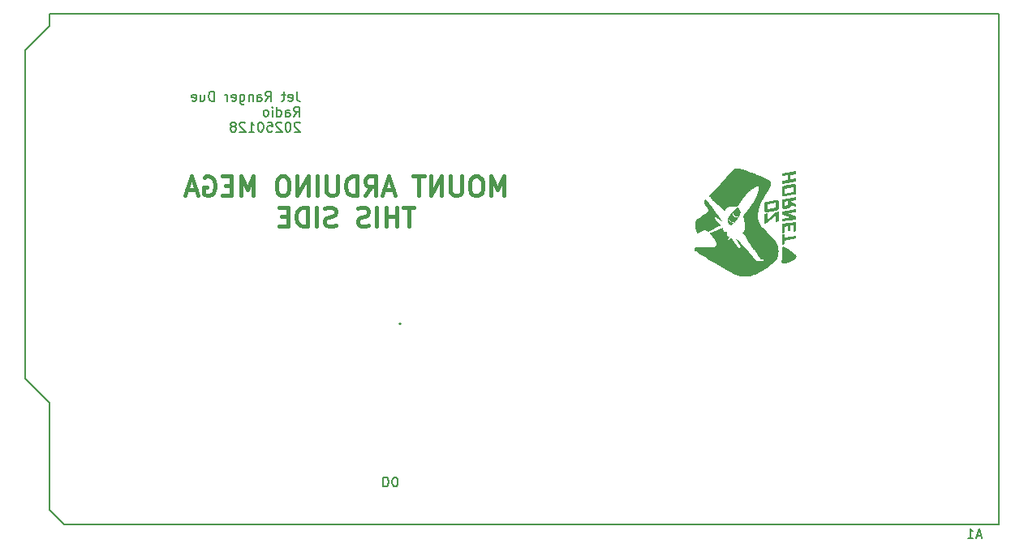
<source format=gbr>
G04 #@! TF.GenerationSoftware,KiCad,Pcbnew,9.0.4*
G04 #@! TF.CreationDate,2026-01-28T19:27:28+10:00*
G04 #@! TF.ProjectId,Jet Ranger DUE Prod Radio Controller,4a657420-5261-46e6-9765-722044554520,rev?*
G04 #@! TF.SameCoordinates,Original*
G04 #@! TF.FileFunction,Legend,Bot*
G04 #@! TF.FilePolarity,Positive*
%FSLAX46Y46*%
G04 Gerber Fmt 4.6, Leading zero omitted, Abs format (unit mm)*
G04 Created by KiCad (PCBNEW 9.0.4) date 2026-01-28 19:27:28*
%MOMM*%
%LPD*%
G01*
G04 APERTURE LIST*
%ADD10C,0.000000*%
%ADD11C,0.400000*%
%ADD12C,0.150000*%
G04 APERTURE END LIST*
D10*
G36*
X109897354Y-59682554D02*
G01*
X109926931Y-59684491D01*
X109956894Y-59687532D01*
X109987251Y-59691681D01*
X110018010Y-59696941D01*
X110049177Y-59703316D01*
X110112767Y-59719425D01*
X110425394Y-59811352D01*
X110736014Y-59908735D01*
X111044632Y-60011575D01*
X111351249Y-60119872D01*
X111655870Y-60233627D01*
X111958497Y-60352838D01*
X112259133Y-60477506D01*
X112557782Y-60607632D01*
X112635806Y-60643213D01*
X112713308Y-60680053D01*
X112790289Y-60718071D01*
X112866750Y-60757187D01*
X112942689Y-60797320D01*
X113018108Y-60838390D01*
X113093006Y-60880315D01*
X113167383Y-60923015D01*
X113186529Y-60934433D01*
X113204735Y-60945881D01*
X113222009Y-60957377D01*
X113238361Y-60968943D01*
X113253800Y-60980598D01*
X113268335Y-60992362D01*
X113281975Y-61004255D01*
X113294730Y-61016297D01*
X113306609Y-61028508D01*
X113317622Y-61040908D01*
X113327777Y-61053517D01*
X113337084Y-61066355D01*
X113345552Y-61079442D01*
X113353191Y-61092797D01*
X113360010Y-61106441D01*
X113366019Y-61120394D01*
X113371225Y-61134676D01*
X113375640Y-61149306D01*
X113379271Y-61164305D01*
X113382129Y-61179692D01*
X113384223Y-61195488D01*
X113385562Y-61211712D01*
X113386155Y-61228384D01*
X113386011Y-61245526D01*
X113385141Y-61263155D01*
X113383552Y-61281293D01*
X113381256Y-61299959D01*
X113378260Y-61319173D01*
X113374574Y-61338955D01*
X113370207Y-61359326D01*
X113359470Y-61401911D01*
X113335987Y-61475940D01*
X113309479Y-61548681D01*
X113280228Y-61620243D01*
X113248515Y-61690741D01*
X113214620Y-61760285D01*
X113178826Y-61828987D01*
X113102659Y-61964316D01*
X112778181Y-62494375D01*
X112667782Y-62684966D01*
X112557815Y-62885084D01*
X112450923Y-63093265D01*
X112349746Y-63308048D01*
X112256925Y-63527970D01*
X112175102Y-63751568D01*
X112106916Y-63977382D01*
X112055009Y-64203947D01*
X112035985Y-64317055D01*
X112022021Y-64429803D01*
X112013448Y-64542008D01*
X112010595Y-64653486D01*
X112013792Y-64764056D01*
X112023370Y-64873535D01*
X112039658Y-64981739D01*
X112062988Y-65088487D01*
X112093688Y-65193594D01*
X112132089Y-65296879D01*
X112178521Y-65398158D01*
X112233314Y-65497250D01*
X112296799Y-65593970D01*
X112369305Y-65688137D01*
X112451163Y-65779567D01*
X112542702Y-65868077D01*
X112692132Y-66015186D01*
X112835104Y-66160909D01*
X112973518Y-66305944D01*
X113109274Y-66450987D01*
X113380418Y-66743894D01*
X113519607Y-66893151D01*
X113663741Y-67045209D01*
X113690609Y-67074379D01*
X113716836Y-67104407D01*
X113742413Y-67135240D01*
X113767330Y-67166822D01*
X113791579Y-67199100D01*
X113815151Y-67232020D01*
X113838036Y-67265529D01*
X113860227Y-67299572D01*
X113881715Y-67334096D01*
X113902489Y-67369046D01*
X113922542Y-67404369D01*
X113941864Y-67440012D01*
X113960446Y-67475919D01*
X113978281Y-67512038D01*
X113995357Y-67548313D01*
X114011668Y-67584693D01*
X114060424Y-67708279D01*
X114099790Y-67834287D01*
X114129853Y-67962008D01*
X114150698Y-68090734D01*
X114162413Y-68219753D01*
X114165082Y-68348358D01*
X114158792Y-68475839D01*
X114143629Y-68601487D01*
X114119679Y-68724592D01*
X114087028Y-68844446D01*
X114045762Y-68960338D01*
X113995967Y-69071561D01*
X113937729Y-69177403D01*
X113871134Y-69277157D01*
X113796269Y-69370113D01*
X113713218Y-69455562D01*
X113580699Y-69577699D01*
X113448104Y-69696090D01*
X113315060Y-69810619D01*
X113181195Y-69921174D01*
X113046134Y-70027641D01*
X112909504Y-70129906D01*
X112770933Y-70227856D01*
X112630047Y-70321377D01*
X112486472Y-70410356D01*
X112339837Y-70494679D01*
X112189766Y-70574232D01*
X112035888Y-70648902D01*
X111877828Y-70718576D01*
X111715214Y-70783140D01*
X111547673Y-70842479D01*
X111374831Y-70896482D01*
X111244113Y-70931744D01*
X111114182Y-70960858D01*
X110985017Y-70983709D01*
X110856599Y-71000182D01*
X110728908Y-71010163D01*
X110601925Y-71013535D01*
X110475629Y-71010186D01*
X110350000Y-71000000D01*
X110225020Y-70982863D01*
X110100668Y-70958659D01*
X109976925Y-70927275D01*
X109853770Y-70888594D01*
X109731185Y-70842504D01*
X109609148Y-70788888D01*
X109487641Y-70727632D01*
X109366644Y-70658622D01*
X109367700Y-70659150D01*
X108891665Y-70368054D01*
X108409624Y-70086108D01*
X107437730Y-69534175D01*
X106952982Y-69256442D01*
X106472435Y-68972369D01*
X105998642Y-68678083D01*
X105534153Y-68369710D01*
X105477441Y-68311017D01*
X105433994Y-68257242D01*
X105403118Y-68208186D01*
X105384119Y-68163652D01*
X105376306Y-68123440D01*
X105378983Y-68087353D01*
X105391459Y-68055193D01*
X105413040Y-68026761D01*
X105443032Y-68001859D01*
X105480744Y-67980288D01*
X105525481Y-67961852D01*
X105576550Y-67946350D01*
X105633259Y-67933586D01*
X105694913Y-67923360D01*
X105830288Y-67909732D01*
X105977128Y-67903881D01*
X106129889Y-67904220D01*
X106430991Y-67917124D01*
X106860244Y-67947436D01*
X106931893Y-67950918D01*
X107004016Y-67952029D01*
X107076394Y-67950752D01*
X107148805Y-67947072D01*
X107221031Y-67940974D01*
X107292850Y-67932441D01*
X107364044Y-67921460D01*
X107434390Y-67908013D01*
X107451267Y-67904072D01*
X107467520Y-67899501D01*
X107483149Y-67894312D01*
X107498153Y-67888518D01*
X107512534Y-67882133D01*
X107526291Y-67875169D01*
X107539425Y-67867640D01*
X107551935Y-67859557D01*
X107563823Y-67850935D01*
X107575089Y-67841786D01*
X107585731Y-67832122D01*
X107595752Y-67821958D01*
X107605151Y-67811306D01*
X107613929Y-67800178D01*
X107622085Y-67788588D01*
X107629619Y-67776548D01*
X107636533Y-67764073D01*
X107642827Y-67751173D01*
X107648500Y-67737864D01*
X107653552Y-67724156D01*
X107657985Y-67710064D01*
X107661798Y-67695600D01*
X107664992Y-67680778D01*
X107667567Y-67665609D01*
X107669522Y-67650108D01*
X107670859Y-67634287D01*
X107671577Y-67618158D01*
X107671677Y-67601736D01*
X107671160Y-67585032D01*
X107670024Y-67568060D01*
X107668271Y-67550833D01*
X107665901Y-67533363D01*
X107646519Y-67458233D01*
X107622135Y-67383620D01*
X107593086Y-67309620D01*
X107559708Y-67236327D01*
X107522337Y-67163837D01*
X107481312Y-67092246D01*
X107436968Y-67021648D01*
X107389642Y-66952139D01*
X107339672Y-66883815D01*
X107287394Y-66816771D01*
X107233144Y-66751102D01*
X107177261Y-66686903D01*
X107120079Y-66624270D01*
X107061937Y-66563298D01*
X106944117Y-66446719D01*
X108345615Y-65926019D01*
X108348327Y-65937033D01*
X108349559Y-65942279D01*
X108350122Y-65944870D01*
X108350642Y-65947451D01*
X108357232Y-65984083D01*
X108364516Y-66020492D01*
X108372818Y-66056579D01*
X108377450Y-66074470D01*
X108382458Y-66092244D01*
X108387882Y-66109887D01*
X108393761Y-66127388D01*
X108400136Y-66144734D01*
X108407048Y-66161912D01*
X108414537Y-66178911D01*
X108422642Y-66195717D01*
X108431405Y-66212319D01*
X108440865Y-66228703D01*
X108446569Y-66237866D01*
X108452478Y-66246793D01*
X108458605Y-66255470D01*
X108464963Y-66263884D01*
X108471564Y-66272023D01*
X108478421Y-66279872D01*
X108485547Y-66287419D01*
X108492955Y-66294650D01*
X108500657Y-66301553D01*
X108508667Y-66308114D01*
X108516997Y-66314320D01*
X108525660Y-66320158D01*
X108534669Y-66325614D01*
X108544036Y-66330676D01*
X108553774Y-66335330D01*
X108563896Y-66339564D01*
X108573241Y-66342975D01*
X108582621Y-66345973D01*
X108592035Y-66348564D01*
X108601480Y-66350755D01*
X108610954Y-66352553D01*
X108620456Y-66353967D01*
X108629983Y-66355004D01*
X108639534Y-66355670D01*
X108649107Y-66355974D01*
X108658699Y-66355922D01*
X108668310Y-66355522D01*
X108677936Y-66354781D01*
X108687576Y-66353707D01*
X108697228Y-66352307D01*
X108706890Y-66350589D01*
X108716561Y-66348559D01*
X108722750Y-66347305D01*
X108725723Y-66346819D01*
X108728616Y-66346463D01*
X108731428Y-66346264D01*
X108734160Y-66346248D01*
X108736811Y-66346442D01*
X108738106Y-66346626D01*
X108739381Y-66346872D01*
X108740636Y-66347185D01*
X108741871Y-66347567D01*
X108743086Y-66348021D01*
X108744280Y-66348551D01*
X108745455Y-66349161D01*
X108746609Y-66349853D01*
X108747743Y-66350631D01*
X108748857Y-66351498D01*
X108749950Y-66352458D01*
X108751024Y-66353514D01*
X108752077Y-66354670D01*
X108753111Y-66355928D01*
X108754124Y-66357292D01*
X108755117Y-66358765D01*
X108756090Y-66360351D01*
X108757042Y-66362053D01*
X108758506Y-66364492D01*
X108760107Y-66366854D01*
X108761827Y-66369151D01*
X108763649Y-66371392D01*
X108765554Y-66373588D01*
X108767525Y-66375750D01*
X108771594Y-66380011D01*
X108775713Y-66384261D01*
X108777746Y-66386407D01*
X108779739Y-66388581D01*
X108781672Y-66390794D01*
X108783529Y-66393057D01*
X108785291Y-66395379D01*
X108786940Y-66397771D01*
X108787968Y-66399447D01*
X108788965Y-66401196D01*
X108789923Y-66403007D01*
X108790835Y-66404874D01*
X108791694Y-66406787D01*
X108792493Y-66408738D01*
X108793226Y-66410719D01*
X108793886Y-66412721D01*
X108794464Y-66414735D01*
X108794955Y-66416752D01*
X108795352Y-66418766D01*
X108795647Y-66420766D01*
X108795833Y-66422744D01*
X108795904Y-66424692D01*
X108795853Y-66426601D01*
X108795672Y-66428464D01*
X108792921Y-66448275D01*
X108790483Y-66468044D01*
X108788449Y-66487799D01*
X108786907Y-66507574D01*
X108785948Y-66527398D01*
X108785663Y-66547302D01*
X108786140Y-66567319D01*
X108786692Y-66577378D01*
X108787469Y-66587478D01*
X108789898Y-66607740D01*
X108793418Y-66627236D01*
X108798034Y-66645944D01*
X108803754Y-66663843D01*
X108810581Y-66680911D01*
X108818523Y-66697127D01*
X108827585Y-66712468D01*
X108837773Y-66726913D01*
X108849093Y-66740441D01*
X108861550Y-66753029D01*
X108875150Y-66764655D01*
X108889900Y-66775299D01*
X108905805Y-66784938D01*
X108922870Y-66793551D01*
X108941102Y-66801116D01*
X108960507Y-66807612D01*
X108972588Y-66810998D01*
X108984823Y-66814069D01*
X108997221Y-66816904D01*
X109009785Y-66819584D01*
X109035442Y-66824801D01*
X109061842Y-66830365D01*
X108244015Y-68223926D01*
X108249042Y-68227630D01*
X108254999Y-68222620D01*
X108261136Y-68217872D01*
X108267417Y-68213331D01*
X108273806Y-68208944D01*
X108299710Y-68191845D01*
X108306091Y-68187412D01*
X108312361Y-68182806D01*
X108318484Y-68177974D01*
X108324424Y-68172862D01*
X108330143Y-68167414D01*
X108335605Y-68161578D01*
X108340775Y-68155298D01*
X108343238Y-68151975D01*
X108345615Y-68148520D01*
X108414870Y-68045043D01*
X108484720Y-67942013D01*
X108625015Y-67736300D01*
X108912088Y-67313231D01*
X109182492Y-66913711D01*
X109183400Y-66912380D01*
X109184338Y-66911064D01*
X109186295Y-66908464D01*
X109188352Y-66905883D01*
X109190496Y-66903292D01*
X109194994Y-66897972D01*
X109197323Y-66895186D01*
X109199690Y-66892279D01*
X109369817Y-67139664D01*
X109550296Y-67402528D01*
X109731767Y-67664598D01*
X109746612Y-67686590D01*
X109761036Y-67708920D01*
X109775410Y-67731305D01*
X109790107Y-67753465D01*
X109797693Y-67764371D01*
X109805499Y-67775116D01*
X109813571Y-67785662D01*
X109821956Y-67795976D01*
X109830702Y-67806021D01*
X109839853Y-67815763D01*
X109849457Y-67825166D01*
X109859560Y-67834196D01*
X110051383Y-68000089D01*
X110051874Y-68000500D01*
X110052404Y-68000889D01*
X110052969Y-68001257D01*
X110053567Y-68001603D01*
X110054856Y-68002232D01*
X110056253Y-68002777D01*
X110057740Y-68003237D01*
X110059299Y-68003615D01*
X110060912Y-68003910D01*
X110062562Y-68004124D01*
X110064230Y-68004258D01*
X110065899Y-68004312D01*
X110067551Y-68004286D01*
X110069168Y-68004182D01*
X110070732Y-68004001D01*
X110072226Y-68003743D01*
X110073632Y-68003409D01*
X110074931Y-68003000D01*
X110102225Y-67992019D01*
X110129369Y-67980642D01*
X110183410Y-67957491D01*
X110213044Y-67944262D01*
X109661123Y-66871377D01*
X109661507Y-66871324D01*
X109661867Y-66871267D01*
X109662516Y-66871145D01*
X109663071Y-66871023D01*
X109663537Y-66870914D01*
X109663916Y-66870829D01*
X109664074Y-66870800D01*
X109664211Y-66870782D01*
X109664328Y-66870776D01*
X109664425Y-66870784D01*
X109664503Y-66870807D01*
X109664562Y-66870848D01*
X109892104Y-67121409D01*
X109954381Y-67189704D01*
X110016458Y-67258198D01*
X110205900Y-67468278D01*
X110328667Y-67603744D01*
X110514933Y-67810383D01*
X110536650Y-67834312D01*
X110558490Y-67858141D01*
X110602246Y-67905898D01*
X110787190Y-68110950D01*
X110877413Y-68209640D01*
X111059446Y-68411782D01*
X111188563Y-68553334D01*
X111376417Y-68761561D01*
X111503947Y-68901790D01*
X111674603Y-69092290D01*
X111814567Y-69245219D01*
X111824588Y-69256207D01*
X111826973Y-69259046D01*
X111829208Y-69261953D01*
X111831241Y-69264945D01*
X111832166Y-69266478D01*
X111833022Y-69268039D01*
X111833801Y-69269629D01*
X111834498Y-69271251D01*
X111835107Y-69272906D01*
X111835620Y-69274597D01*
X111836032Y-69276325D01*
X111836335Y-69278093D01*
X111836525Y-69279903D01*
X111836594Y-69281756D01*
X111836535Y-69283655D01*
X111836343Y-69285602D01*
X111836011Y-69287599D01*
X111835533Y-69289647D01*
X111834902Y-69291750D01*
X111834112Y-69293908D01*
X111833157Y-69296124D01*
X111832029Y-69298401D01*
X111831747Y-69298956D01*
X111831495Y-69299528D01*
X111831271Y-69300117D01*
X111831074Y-69300723D01*
X111830758Y-69301978D01*
X111830537Y-69303287D01*
X111830402Y-69304642D01*
X111830342Y-69306037D01*
X111830347Y-69307465D01*
X111830409Y-69308918D01*
X111830518Y-69310389D01*
X111830663Y-69311873D01*
X111831026Y-69314846D01*
X111831419Y-69317782D01*
X111831765Y-69320626D01*
X111832408Y-69325194D01*
X111833333Y-69329561D01*
X111834525Y-69333712D01*
X111835970Y-69337633D01*
X111837652Y-69341310D01*
X111839556Y-69344726D01*
X111841667Y-69347869D01*
X111843969Y-69350722D01*
X111845188Y-69352035D01*
X111846449Y-69353271D01*
X111847750Y-69354427D01*
X111849090Y-69355502D01*
X111850466Y-69356493D01*
X111851878Y-69357399D01*
X111853322Y-69358218D01*
X111854797Y-69358949D01*
X111856301Y-69359588D01*
X111857832Y-69360135D01*
X111859388Y-69360588D01*
X111860968Y-69360945D01*
X111862570Y-69361203D01*
X111864191Y-69361361D01*
X111865829Y-69361418D01*
X111867484Y-69361371D01*
X111956252Y-69355220D01*
X112000611Y-69352219D01*
X112045020Y-69349465D01*
X112162892Y-69343214D01*
X112280764Y-69337559D01*
X112490049Y-69328827D01*
X112511704Y-69327720D01*
X112522522Y-69327005D01*
X112533309Y-69326116D01*
X112544046Y-69325004D01*
X112554715Y-69323619D01*
X112565297Y-69321911D01*
X112575774Y-69319832D01*
X112585614Y-69317510D01*
X112595461Y-69314900D01*
X112605270Y-69311986D01*
X112614998Y-69308753D01*
X112624603Y-69305184D01*
X112634040Y-69301266D01*
X112638683Y-69299170D01*
X112643267Y-69296981D01*
X112647787Y-69294696D01*
X112652239Y-69292315D01*
X112654952Y-69290763D01*
X112657485Y-69289186D01*
X112659839Y-69287586D01*
X112662013Y-69285965D01*
X112664008Y-69284326D01*
X112665823Y-69282671D01*
X112667459Y-69281002D01*
X112668916Y-69279321D01*
X112670194Y-69277632D01*
X112671293Y-69275936D01*
X112672213Y-69274236D01*
X112672954Y-69272535D01*
X112673517Y-69270833D01*
X112673901Y-69269135D01*
X112674106Y-69267442D01*
X112674133Y-69265757D01*
X112673982Y-69264082D01*
X112673653Y-69262419D01*
X112673145Y-69260772D01*
X112672460Y-69259141D01*
X112671597Y-69257530D01*
X112670556Y-69255941D01*
X112669337Y-69254376D01*
X112667940Y-69252838D01*
X112666366Y-69251329D01*
X112664615Y-69249851D01*
X112662686Y-69248408D01*
X112660580Y-69247000D01*
X112658297Y-69245631D01*
X112655837Y-69244303D01*
X112653200Y-69243018D01*
X112650387Y-69241779D01*
X112641241Y-69238129D01*
X112631891Y-69234751D01*
X112622379Y-69231696D01*
X112617576Y-69230305D01*
X112612749Y-69229013D01*
X112607904Y-69227827D01*
X112603046Y-69226752D01*
X112598179Y-69225795D01*
X112593311Y-69224962D01*
X112588445Y-69224259D01*
X112583588Y-69223693D01*
X112578745Y-69223269D01*
X112573922Y-69222994D01*
X112557429Y-69222448D01*
X112540898Y-69222345D01*
X112524343Y-69222608D01*
X112507776Y-69223160D01*
X112474654Y-69224818D01*
X112441630Y-69226699D01*
X112432006Y-69227322D01*
X112422382Y-69228162D01*
X112412757Y-69229163D01*
X112403133Y-69230270D01*
X112383884Y-69232577D01*
X112374260Y-69233665D01*
X112364636Y-69234636D01*
X112360527Y-69234979D01*
X112356534Y-69235196D01*
X112352654Y-69235263D01*
X112348885Y-69235152D01*
X112345225Y-69234839D01*
X112341670Y-69234296D01*
X112338220Y-69233498D01*
X112334871Y-69232420D01*
X112333233Y-69231767D01*
X112331621Y-69231034D01*
X112330032Y-69230218D01*
X112328468Y-69229316D01*
X112326927Y-69228323D01*
X112325409Y-69227238D01*
X112323915Y-69226057D01*
X112322443Y-69224776D01*
X112320994Y-69223392D01*
X112319567Y-69221903D01*
X112318162Y-69220304D01*
X112316778Y-69218593D01*
X112315416Y-69216766D01*
X112314075Y-69214820D01*
X112312754Y-69212752D01*
X112311454Y-69210559D01*
X112301002Y-69192927D01*
X112290143Y-69175518D01*
X112278968Y-69158283D01*
X112267567Y-69141172D01*
X112244445Y-69107123D01*
X112221496Y-69072975D01*
X111997924Y-68732985D01*
X111647880Y-68199321D01*
X111646343Y-68197010D01*
X111644802Y-68194846D01*
X111643245Y-68192841D01*
X111641662Y-68191007D01*
X111640857Y-68190157D01*
X111640042Y-68189354D01*
X111639214Y-68188599D01*
X111638374Y-68187893D01*
X111637518Y-68187239D01*
X111636646Y-68186637D01*
X111635757Y-68186088D01*
X111634849Y-68185595D01*
X111633921Y-68185159D01*
X111632972Y-68184780D01*
X111631999Y-68184461D01*
X111631002Y-68184203D01*
X111629980Y-68184006D01*
X111628931Y-68183874D01*
X111627854Y-68183806D01*
X111626746Y-68183805D01*
X111625608Y-68183872D01*
X111624438Y-68184008D01*
X111623234Y-68184215D01*
X111621994Y-68184493D01*
X111620719Y-68184845D01*
X111619405Y-68185272D01*
X111618052Y-68185775D01*
X111616659Y-68186356D01*
X111614702Y-68187168D01*
X111612797Y-68187869D01*
X111610944Y-68188461D01*
X111609140Y-68188946D01*
X111607384Y-68189327D01*
X111605676Y-68189605D01*
X111604012Y-68189783D01*
X111602392Y-68189862D01*
X111600815Y-68189845D01*
X111599278Y-68189735D01*
X111597781Y-68189532D01*
X111596321Y-68189240D01*
X111594898Y-68188860D01*
X111593509Y-68188395D01*
X111592153Y-68187846D01*
X111590829Y-68187216D01*
X111589536Y-68186507D01*
X111588271Y-68185721D01*
X111587033Y-68184861D01*
X111585821Y-68183927D01*
X111584634Y-68182924D01*
X111583469Y-68181851D01*
X111581201Y-68179510D01*
X111579006Y-68176921D01*
X111576872Y-68174100D01*
X111574787Y-68171066D01*
X111572738Y-68167835D01*
X111564223Y-68154178D01*
X111555565Y-68140583D01*
X111537946Y-68113529D01*
X111502359Y-68059620D01*
X111256561Y-67683648D01*
X111019759Y-67323021D01*
X110699085Y-66834070D01*
X110426564Y-66419732D01*
X110425852Y-66418634D01*
X110425204Y-66417569D01*
X110424620Y-66416537D01*
X110424097Y-66415537D01*
X110423635Y-66414565D01*
X110423233Y-66413621D01*
X110422889Y-66412704D01*
X110422603Y-66411812D01*
X110422374Y-66410943D01*
X110422200Y-66410095D01*
X110422081Y-66409268D01*
X110422015Y-66408459D01*
X110422002Y-66407667D01*
X110422039Y-66406891D01*
X110422127Y-66406129D01*
X110422264Y-66405379D01*
X110422449Y-66404640D01*
X110422681Y-66403911D01*
X110422959Y-66403189D01*
X110423282Y-66402473D01*
X110423649Y-66401762D01*
X110424058Y-66401054D01*
X110425001Y-66399641D01*
X110426102Y-66398222D01*
X110427352Y-66396785D01*
X110428744Y-66395316D01*
X110430268Y-66393804D01*
X110456606Y-66367912D01*
X110482821Y-66341846D01*
X110508886Y-66315632D01*
X110534778Y-66289293D01*
X110536207Y-66287833D01*
X110537616Y-66286332D01*
X110539002Y-66284793D01*
X110540363Y-66283216D01*
X110541699Y-66281606D01*
X110543005Y-66279964D01*
X110544282Y-66278292D01*
X110545527Y-66276594D01*
X110546737Y-66274870D01*
X110547912Y-66273124D01*
X110549048Y-66271358D01*
X110550145Y-66269574D01*
X110551199Y-66267774D01*
X110552210Y-66265962D01*
X110553175Y-66264138D01*
X110554093Y-66262306D01*
X110563129Y-66242814D01*
X110571411Y-66223140D01*
X110578981Y-66203294D01*
X110585880Y-66183286D01*
X110592148Y-66163126D01*
X110597825Y-66142825D01*
X110602953Y-66122391D01*
X110607572Y-66101836D01*
X110611722Y-66081169D01*
X110615445Y-66060401D01*
X110621772Y-66018600D01*
X110626877Y-65976513D01*
X110631086Y-65934223D01*
X110632148Y-65921202D01*
X110632980Y-65908145D01*
X110633626Y-65895062D01*
X110634129Y-65881968D01*
X110635584Y-65829712D01*
X110638462Y-65754968D01*
X110638987Y-65736266D01*
X110639268Y-65717570D01*
X110639220Y-65698887D01*
X110638759Y-65680223D01*
X110635712Y-65615776D01*
X110631847Y-65551404D01*
X110627337Y-65487081D01*
X110622355Y-65422783D01*
X110619412Y-65388623D01*
X110617742Y-65371545D01*
X110615873Y-65354488D01*
X110613756Y-65337468D01*
X110611342Y-65320501D01*
X110608580Y-65303603D01*
X110605422Y-65286788D01*
X110544899Y-64984005D01*
X110483185Y-64681421D01*
X110482669Y-64678871D01*
X110482219Y-64676378D01*
X110481846Y-64673937D01*
X110481560Y-64671540D01*
X110481372Y-64669185D01*
X110481292Y-64666864D01*
X110481330Y-64664572D01*
X110481498Y-64662305D01*
X110481805Y-64660056D01*
X110482262Y-64657820D01*
X110482880Y-64655592D01*
X110483668Y-64653367D01*
X110484638Y-64651138D01*
X110485800Y-64648901D01*
X110487164Y-64646650D01*
X110488741Y-64644379D01*
X110586174Y-64512055D01*
X110683210Y-64379532D01*
X110906254Y-64074732D01*
X111146760Y-63744267D01*
X111285038Y-63556479D01*
X111353519Y-63462163D01*
X111387194Y-63414618D01*
X111420339Y-63366706D01*
X111484868Y-63270836D01*
X111548034Y-63174024D01*
X111578988Y-63125217D01*
X111609462Y-63076119D01*
X111639409Y-63026712D01*
X111668783Y-62976975D01*
X111692245Y-62935970D01*
X111715048Y-62894549D01*
X111737248Y-62852769D01*
X111758906Y-62810684D01*
X111780081Y-62768352D01*
X111800830Y-62725828D01*
X111841292Y-62640425D01*
X111857716Y-62604586D01*
X111873666Y-62568521D01*
X111889163Y-62532250D01*
X111904229Y-62495797D01*
X111918886Y-62459183D01*
X111933155Y-62422429D01*
X111960618Y-62348590D01*
X111979882Y-62293647D01*
X111997945Y-62238350D01*
X112014750Y-62182693D01*
X112030237Y-62126671D01*
X112044347Y-62070276D01*
X112057022Y-62013503D01*
X112068202Y-61956346D01*
X112077829Y-61898798D01*
X112081907Y-61871180D01*
X112085650Y-61843500D01*
X112092380Y-61788004D01*
X112104551Y-61676813D01*
X112107131Y-61653153D01*
X112109314Y-61629419D01*
X112111100Y-61605636D01*
X112112489Y-61581828D01*
X112112880Y-61571601D01*
X112113088Y-61561331D01*
X112113117Y-61540486D01*
X112112753Y-61496367D01*
X112075414Y-61506157D01*
X112058022Y-61510878D01*
X112049504Y-61513347D01*
X112041051Y-61515946D01*
X111975658Y-61537982D01*
X111911405Y-61562356D01*
X111848244Y-61588974D01*
X111786125Y-61617745D01*
X111724998Y-61648574D01*
X111664813Y-61681369D01*
X111605522Y-61716036D01*
X111547074Y-61752484D01*
X111479116Y-61797740D01*
X111412686Y-61844910D01*
X111347677Y-61893847D01*
X111283979Y-61944406D01*
X111221484Y-61996440D01*
X111160084Y-62049805D01*
X111099669Y-62104354D01*
X111040132Y-62159942D01*
X111022183Y-62177128D01*
X111004442Y-62194540D01*
X110986893Y-62212157D01*
X110969521Y-62229957D01*
X110952310Y-62247919D01*
X110935245Y-62266019D01*
X110901491Y-62302552D01*
X110766421Y-62452108D01*
X110699605Y-62527506D01*
X110633732Y-62603648D01*
X110607388Y-62634825D01*
X110581328Y-62666234D01*
X110530015Y-62729689D01*
X110479695Y-62793888D01*
X110430267Y-62858706D01*
X110372630Y-62936262D01*
X110315835Y-63014414D01*
X110203784Y-63171708D01*
X110044340Y-63399184D01*
X109885491Y-63627056D01*
X109845075Y-63684835D01*
X109805057Y-63741621D01*
X109799618Y-63738858D01*
X109794387Y-63736139D01*
X109784387Y-63730905D01*
X109779537Y-63728428D01*
X109774734Y-63726068D01*
X109769937Y-63723845D01*
X109765106Y-63721777D01*
X109745145Y-63714258D01*
X109725056Y-63707449D01*
X109704846Y-63701312D01*
X109684523Y-63695807D01*
X109664095Y-63690893D01*
X109643569Y-63686533D01*
X109622953Y-63682685D01*
X109602254Y-63679311D01*
X109560642Y-63673827D01*
X109518795Y-63669762D01*
X109476774Y-63666800D01*
X109434641Y-63664627D01*
X109420441Y-63664233D01*
X109406223Y-63664201D01*
X109391992Y-63664474D01*
X109377756Y-63664991D01*
X109349288Y-63666525D01*
X109320870Y-63668331D01*
X109243281Y-63673160D01*
X109223899Y-63674677D01*
X109204561Y-63676517D01*
X109185284Y-63678778D01*
X109166089Y-63681560D01*
X109132212Y-63687220D01*
X109098471Y-63693553D01*
X109064904Y-63700661D01*
X109031548Y-63708647D01*
X108998440Y-63717612D01*
X108965617Y-63727660D01*
X108933117Y-63738892D01*
X108900976Y-63751410D01*
X108879926Y-63760373D01*
X108859170Y-63769730D01*
X108838747Y-63779528D01*
X108818695Y-63789816D01*
X108799053Y-63800641D01*
X108779862Y-63812049D01*
X108761160Y-63824088D01*
X108742987Y-63836805D01*
X108725380Y-63850247D01*
X108708380Y-63864463D01*
X108692026Y-63879499D01*
X108676357Y-63895402D01*
X108661412Y-63912219D01*
X108647230Y-63929999D01*
X108633850Y-63948788D01*
X108621311Y-63968633D01*
X108609513Y-63988531D01*
X108603740Y-63998766D01*
X108600986Y-64003941D01*
X108598359Y-64009148D01*
X108595886Y-64014382D01*
X108593597Y-64019641D01*
X108591521Y-64024918D01*
X108589685Y-64030211D01*
X108588120Y-64035515D01*
X108586852Y-64040825D01*
X108585912Y-64046138D01*
X108585328Y-64051448D01*
X108584962Y-64055511D01*
X108584461Y-64059418D01*
X108583829Y-64063174D01*
X108583069Y-64066785D01*
X108582185Y-64070257D01*
X108581179Y-64073594D01*
X108580055Y-64076802D01*
X108578817Y-64079887D01*
X108577467Y-64082853D01*
X108576010Y-64085707D01*
X108574448Y-64088453D01*
X108572784Y-64091097D01*
X108571023Y-64093644D01*
X108569168Y-64096100D01*
X108565186Y-64100760D01*
X108560867Y-64105119D01*
X108556237Y-64109220D01*
X108551322Y-64113106D01*
X108546149Y-64116821D01*
X108540745Y-64120407D01*
X108535137Y-64123907D01*
X108523415Y-64130823D01*
X108434251Y-64050191D01*
X108345880Y-63969956D01*
X108085266Y-63729979D01*
X107882066Y-63543184D01*
X107677013Y-63354536D01*
X107576770Y-63262560D01*
X107476724Y-63170386D01*
X107358621Y-63060021D01*
X107299284Y-63005149D01*
X107269338Y-62977975D01*
X107239128Y-62951046D01*
X107235375Y-62947578D01*
X107231951Y-62944111D01*
X107228850Y-62940637D01*
X107226064Y-62937143D01*
X107223589Y-62933620D01*
X107221417Y-62930056D01*
X107219544Y-62926443D01*
X107217961Y-62922769D01*
X107216664Y-62919023D01*
X107215646Y-62915195D01*
X107214901Y-62911276D01*
X107214423Y-62907253D01*
X107214204Y-62903118D01*
X107214241Y-62898859D01*
X107214525Y-62894465D01*
X107215051Y-62889927D01*
X107215464Y-62885883D01*
X107215616Y-62881979D01*
X107215512Y-62878208D01*
X107215158Y-62874561D01*
X107214559Y-62871030D01*
X107213721Y-62867608D01*
X107212648Y-62864285D01*
X107211347Y-62861055D01*
X107209822Y-62857908D01*
X107208080Y-62854836D01*
X107206125Y-62851833D01*
X107203963Y-62848888D01*
X107201600Y-62845994D01*
X107199041Y-62843144D01*
X107196290Y-62840328D01*
X107193355Y-62837540D01*
X107157979Y-62805054D01*
X107122877Y-62772320D01*
X107088022Y-62739388D01*
X107053390Y-62706306D01*
X106980795Y-62636159D01*
X106908399Y-62565813D01*
X107208486Y-62248370D01*
X107505993Y-61928539D01*
X108095055Y-61283377D01*
X109261868Y-59982686D01*
X109306715Y-59934659D01*
X109352397Y-59890711D01*
X109398973Y-59850868D01*
X109446501Y-59815159D01*
X109470642Y-59798864D01*
X109495042Y-59783613D01*
X109519711Y-59769410D01*
X109544655Y-59756258D01*
X109569882Y-59744161D01*
X109595399Y-59733122D01*
X109621213Y-59723145D01*
X109647332Y-59714233D01*
X109673764Y-59706390D01*
X109700516Y-59699620D01*
X109727594Y-59693926D01*
X109755008Y-59689311D01*
X109782763Y-59685779D01*
X109810868Y-59683334D01*
X109839330Y-59681979D01*
X109868156Y-59681718D01*
X109897354Y-59682554D01*
G37*
G36*
X114688469Y-67874811D02*
G01*
X114695167Y-67875600D01*
X114701872Y-67876843D01*
X114708569Y-67878553D01*
X114715237Y-67880739D01*
X114721861Y-67883411D01*
X114728422Y-67886582D01*
X114839217Y-67946268D01*
X114971095Y-68020424D01*
X115118873Y-68107671D01*
X115277367Y-68206628D01*
X115441392Y-68315917D01*
X115523859Y-68374005D01*
X115605765Y-68434158D01*
X115686461Y-68496203D01*
X115765300Y-68559970D01*
X115841634Y-68625284D01*
X115914814Y-68691974D01*
X115941622Y-68718568D01*
X115953733Y-68731659D01*
X115964979Y-68744625D01*
X115975358Y-68757477D01*
X115984866Y-68770223D01*
X115993502Y-68782874D01*
X116001263Y-68795438D01*
X116008145Y-68807927D01*
X116014147Y-68820348D01*
X116019267Y-68832713D01*
X116023500Y-68845030D01*
X116026846Y-68857309D01*
X116029301Y-68869560D01*
X116030863Y-68881793D01*
X116031528Y-68894016D01*
X116031296Y-68906241D01*
X116030162Y-68918476D01*
X116028125Y-68930731D01*
X116025182Y-68943015D01*
X116021330Y-68955339D01*
X116016567Y-68967712D01*
X116010890Y-68980144D01*
X116004297Y-68992644D01*
X115996785Y-69005221D01*
X115988351Y-69017887D01*
X115978993Y-69030649D01*
X115968709Y-69043519D01*
X115957495Y-69056504D01*
X115945350Y-69069616D01*
X115932270Y-69082864D01*
X115918254Y-69096257D01*
X115854483Y-69153106D01*
X115789101Y-69206586D01*
X115722137Y-69256716D01*
X115653625Y-69303512D01*
X115583595Y-69346992D01*
X115512079Y-69387174D01*
X115439108Y-69424074D01*
X115364713Y-69457710D01*
X115288926Y-69488101D01*
X115211778Y-69515262D01*
X115133301Y-69539212D01*
X115053526Y-69559968D01*
X114972484Y-69577547D01*
X114890207Y-69591967D01*
X114806726Y-69603246D01*
X114722073Y-69611400D01*
X114702311Y-69612635D01*
X114683450Y-69613211D01*
X114665481Y-69613127D01*
X114648395Y-69612379D01*
X114632183Y-69610965D01*
X114616838Y-69608884D01*
X114602348Y-69606132D01*
X114588706Y-69602707D01*
X114575903Y-69598606D01*
X114563930Y-69593827D01*
X114552778Y-69588368D01*
X114542437Y-69582226D01*
X114532900Y-69575398D01*
X114524157Y-69567883D01*
X114516199Y-69559677D01*
X114509017Y-69550778D01*
X114502603Y-69541184D01*
X114496947Y-69530892D01*
X114492041Y-69519900D01*
X114487875Y-69508205D01*
X114484441Y-69495806D01*
X114481730Y-69482698D01*
X114479733Y-69468880D01*
X114478441Y-69454350D01*
X114477845Y-69439104D01*
X114477936Y-69423142D01*
X114478706Y-69406459D01*
X114480145Y-69389053D01*
X114484994Y-69352065D01*
X114492415Y-69312157D01*
X114492150Y-69312156D01*
X114505384Y-69242283D01*
X114517164Y-69166067D01*
X114536687Y-68998505D01*
X114551379Y-68817270D01*
X114561901Y-68630160D01*
X114568912Y-68444972D01*
X114573075Y-68269504D01*
X114575493Y-67978921D01*
X114575735Y-67971639D01*
X114576446Y-67964533D01*
X114577611Y-67957615D01*
X114579210Y-67950895D01*
X114581227Y-67944383D01*
X114583643Y-67938091D01*
X114586441Y-67932029D01*
X114589603Y-67926207D01*
X114593111Y-67920637D01*
X114596947Y-67915330D01*
X114601094Y-67910295D01*
X114605533Y-67905544D01*
X114610248Y-67901088D01*
X114615219Y-67896936D01*
X114620431Y-67893101D01*
X114625863Y-67889591D01*
X114631500Y-67886419D01*
X114637323Y-67883595D01*
X114643314Y-67881130D01*
X114649455Y-67879033D01*
X114655729Y-67877317D01*
X114662119Y-67875992D01*
X114668605Y-67875068D01*
X114675171Y-67874556D01*
X114681798Y-67874467D01*
X114688469Y-67874811D01*
G37*
G36*
X108935257Y-64860796D02*
G01*
X108938047Y-64892289D01*
X108941975Y-64923232D01*
X108947124Y-64953585D01*
X108953580Y-64983308D01*
X108961429Y-65012363D01*
X108970753Y-65040709D01*
X108981640Y-65068307D01*
X108994173Y-65095117D01*
X109008437Y-65121100D01*
X109024517Y-65146217D01*
X109042498Y-65170427D01*
X109062465Y-65193692D01*
X109084503Y-65215972D01*
X109108697Y-65237227D01*
X109135131Y-65257417D01*
X109162247Y-65275709D01*
X109189621Y-65292082D01*
X109217260Y-65306526D01*
X109245169Y-65319032D01*
X109273352Y-65329591D01*
X109301814Y-65338194D01*
X109330561Y-65344831D01*
X109359597Y-65349492D01*
X109388928Y-65352170D01*
X109418558Y-65352853D01*
X109448493Y-65351534D01*
X109478738Y-65348202D01*
X109509297Y-65342849D01*
X109540177Y-65335465D01*
X109571381Y-65326041D01*
X109602915Y-65314567D01*
X109546856Y-65372015D01*
X109519980Y-65399511D01*
X109493377Y-65426486D01*
X109481008Y-65438711D01*
X109468539Y-65450815D01*
X109443503Y-65474872D01*
X109418665Y-65499077D01*
X109406445Y-65511367D01*
X109394423Y-65523852D01*
X109394688Y-65523852D01*
X109386612Y-65532098D01*
X109378364Y-65539917D01*
X109369947Y-65547308D01*
X109361368Y-65554270D01*
X109352631Y-65560799D01*
X109343741Y-65566896D01*
X109334704Y-65572557D01*
X109325524Y-65577782D01*
X109316207Y-65582569D01*
X109306758Y-65586915D01*
X109297183Y-65590820D01*
X109287485Y-65594281D01*
X109277671Y-65597297D01*
X109267745Y-65599866D01*
X109257713Y-65601987D01*
X109247579Y-65603658D01*
X109237350Y-65604876D01*
X109227029Y-65605641D01*
X109216623Y-65605951D01*
X109206136Y-65605804D01*
X109195573Y-65605198D01*
X109184940Y-65604131D01*
X109174242Y-65602603D01*
X109163483Y-65600611D01*
X109152670Y-65598153D01*
X109141806Y-65595228D01*
X109130898Y-65591834D01*
X109119950Y-65587970D01*
X109108967Y-65583633D01*
X109097956Y-65578823D01*
X109086920Y-65573537D01*
X109075865Y-65567773D01*
X109063486Y-65560706D01*
X109051549Y-65553201D01*
X109040047Y-65545269D01*
X109028975Y-65536920D01*
X109018329Y-65528164D01*
X109008101Y-65519009D01*
X108998288Y-65509466D01*
X108988883Y-65499544D01*
X108979881Y-65489253D01*
X108971277Y-65478603D01*
X108963065Y-65467604D01*
X108955239Y-65456264D01*
X108947795Y-65444594D01*
X108940728Y-65432604D01*
X108934030Y-65420303D01*
X108927698Y-65407701D01*
X108917708Y-65386358D01*
X108908300Y-65364892D01*
X108899512Y-65343297D01*
X108891379Y-65321566D01*
X108883940Y-65299694D01*
X108877231Y-65277676D01*
X108871288Y-65255505D01*
X108866149Y-65233175D01*
X108861850Y-65210681D01*
X108858428Y-65188016D01*
X108855920Y-65165176D01*
X108854363Y-65142154D01*
X108853793Y-65118944D01*
X108854248Y-65095541D01*
X108855763Y-65071939D01*
X108858377Y-65048132D01*
X108860544Y-65033669D01*
X108863158Y-65019347D01*
X108866196Y-65005157D01*
X108869634Y-64991089D01*
X108873450Y-64977137D01*
X108877618Y-64963291D01*
X108882115Y-64949542D01*
X108886919Y-64935882D01*
X108897349Y-64908797D01*
X108908718Y-64881965D01*
X108920838Y-64855320D01*
X108933519Y-64828792D01*
X108935257Y-64860796D01*
G37*
G36*
X114170681Y-65214026D02*
G01*
X113870379Y-65261122D01*
X113870379Y-64640409D01*
X112973970Y-65405584D01*
X112681340Y-65451092D01*
X112681340Y-64434828D01*
X112981643Y-64387732D01*
X112981643Y-65019557D01*
X113877787Y-64245387D01*
X114170681Y-64199878D01*
X114170681Y-65214026D01*
G37*
G36*
X106600927Y-62900993D02*
G01*
X106606773Y-62908811D01*
X106618414Y-62924322D01*
X106618415Y-62923792D01*
X106964754Y-63391311D01*
X107245742Y-63769136D01*
X107613248Y-64265230D01*
X107931013Y-64693061D01*
X108302488Y-65191801D01*
X108362813Y-65273292D01*
X108358050Y-65277526D01*
X107580969Y-64752593D01*
X107579630Y-64755293D01*
X107578393Y-64757673D01*
X107576239Y-64761688D01*
X107575328Y-64763427D01*
X107574532Y-64765057D01*
X107574178Y-64765848D01*
X107573853Y-64766632D01*
X107573559Y-64767414D01*
X107573296Y-64768203D01*
X107556726Y-64826775D01*
X107548256Y-64856049D01*
X107543811Y-64870628D01*
X107539165Y-64885149D01*
X107537603Y-64889974D01*
X107536210Y-64894728D01*
X107535012Y-64899415D01*
X107534034Y-64904037D01*
X107533303Y-64908600D01*
X107532844Y-64913105D01*
X107532684Y-64917557D01*
X107532848Y-64921959D01*
X107533362Y-64926314D01*
X107533759Y-64928475D01*
X107534253Y-64930626D01*
X107534847Y-64932768D01*
X107535546Y-64934899D01*
X107536351Y-64937022D01*
X107537267Y-64939136D01*
X107538296Y-64941242D01*
X107539443Y-64943340D01*
X107540709Y-64945431D01*
X107542098Y-64947515D01*
X107543614Y-64949593D01*
X107545260Y-64951665D01*
X107547039Y-64953731D01*
X107548954Y-64955792D01*
X107550885Y-64957877D01*
X107552715Y-64960058D01*
X107554456Y-64962324D01*
X107556119Y-64964664D01*
X107557715Y-64967070D01*
X107559256Y-64969531D01*
X107562217Y-64974578D01*
X107567967Y-64984888D01*
X107570937Y-64989991D01*
X107572485Y-64992494D01*
X107574090Y-64994951D01*
X107626940Y-65076616D01*
X107653601Y-65117241D01*
X107680981Y-65157339D01*
X107709503Y-65196618D01*
X107724323Y-65215859D01*
X107739586Y-65234787D01*
X107755346Y-65253364D01*
X107771655Y-65271555D01*
X107788565Y-65289322D01*
X107806129Y-65306630D01*
X107829656Y-65329328D01*
X107852857Y-65352332D01*
X107875804Y-65375579D01*
X107898568Y-65399003D01*
X107989221Y-65493161D01*
X108043659Y-65549319D01*
X108070779Y-65577547D01*
X108097700Y-65605874D01*
X108102903Y-65611491D01*
X108108023Y-65617230D01*
X108113099Y-65623086D01*
X108118172Y-65629057D01*
X108128470Y-65641332D01*
X108139239Y-65654028D01*
X108041211Y-65701455D01*
X107944771Y-65748484D01*
X107624360Y-65906441D01*
X107334112Y-66049580D01*
X106848073Y-66291145D01*
X106847525Y-66291435D01*
X106846974Y-66291757D01*
X106845867Y-66292493D01*
X106844764Y-66293340D01*
X106843674Y-66294287D01*
X106842609Y-66295321D01*
X106841580Y-66296429D01*
X106840597Y-66297599D01*
X106839672Y-66298818D01*
X106838815Y-66300075D01*
X106838037Y-66301356D01*
X106837349Y-66302650D01*
X106836762Y-66303944D01*
X106836509Y-66304587D01*
X106836286Y-66305226D01*
X106836093Y-66305858D01*
X106835933Y-66306483D01*
X106835806Y-66307098D01*
X106835713Y-66307702D01*
X106835656Y-66308294D01*
X106835637Y-66308872D01*
X106835592Y-66318199D01*
X106835472Y-66327525D01*
X106835108Y-66346178D01*
X106792477Y-66308145D01*
X106771372Y-66289549D01*
X106750441Y-66271301D01*
X106720139Y-66248069D01*
X106689370Y-66227492D01*
X106658150Y-66209575D01*
X106626497Y-66194324D01*
X106594426Y-66181746D01*
X106561955Y-66171847D01*
X106529101Y-66164633D01*
X106495879Y-66160110D01*
X106462307Y-66158285D01*
X106428402Y-66159163D01*
X106394179Y-66162752D01*
X106359656Y-66169056D01*
X106324849Y-66178083D01*
X106289775Y-66189839D01*
X106254451Y-66204329D01*
X106218894Y-66221560D01*
X106080748Y-66292058D01*
X105940618Y-66361292D01*
X105652421Y-66502018D01*
X105548282Y-66125243D01*
X105522296Y-66017130D01*
X105499025Y-65906343D01*
X105479818Y-65794329D01*
X105466022Y-65682537D01*
X105458985Y-65572413D01*
X105460055Y-65465404D01*
X105464052Y-65413520D01*
X105470581Y-65362958D01*
X105479810Y-65313898D01*
X105491910Y-65266521D01*
X105507046Y-65221009D01*
X105525390Y-65177541D01*
X105547107Y-65136300D01*
X105572369Y-65097466D01*
X105601342Y-65061219D01*
X105634195Y-65027741D01*
X105671097Y-64997213D01*
X105712216Y-64969816D01*
X105914003Y-64837586D01*
X106114052Y-64702752D01*
X106312217Y-64565189D01*
X106508348Y-64424774D01*
X106610235Y-64339519D01*
X106653465Y-64300973D01*
X106691780Y-64264894D01*
X106725353Y-64231088D01*
X106754354Y-64199364D01*
X106778953Y-64169529D01*
X106799323Y-64141393D01*
X106815634Y-64114762D01*
X106828058Y-64089445D01*
X106836765Y-64065249D01*
X106841927Y-64041983D01*
X106843715Y-64019455D01*
X106842300Y-63997473D01*
X106837852Y-63975845D01*
X106830544Y-63954378D01*
X106820546Y-63932881D01*
X106808029Y-63911162D01*
X106793165Y-63889028D01*
X106776125Y-63866289D01*
X106736199Y-63818223D01*
X106689620Y-63765428D01*
X106637759Y-63706369D01*
X106581982Y-63639509D01*
X106523661Y-63563312D01*
X106493973Y-63521232D01*
X106464162Y-63476243D01*
X106442749Y-63440102D01*
X106424826Y-63404943D01*
X106417166Y-63387702D01*
X106410370Y-63370671D01*
X106404434Y-63353840D01*
X106399356Y-63337196D01*
X106395132Y-63320728D01*
X106391758Y-63304424D01*
X106389233Y-63288274D01*
X106387553Y-63272264D01*
X106386715Y-63256385D01*
X106386715Y-63240624D01*
X106387551Y-63224969D01*
X106389219Y-63209410D01*
X106391717Y-63193935D01*
X106395041Y-63178532D01*
X106399188Y-63163189D01*
X106404156Y-63147896D01*
X106409940Y-63132640D01*
X106416538Y-63117410D01*
X106423947Y-63102195D01*
X106432164Y-63086983D01*
X106451009Y-63056521D01*
X106473047Y-63025933D01*
X106498253Y-62995127D01*
X106526604Y-62964009D01*
X106560967Y-62928555D01*
X106595131Y-62893101D01*
X106600927Y-62900993D01*
G37*
G36*
X115999745Y-66227380D02*
G01*
X115699443Y-66274476D01*
X115699443Y-65628098D01*
X115404168Y-65674930D01*
X115404168Y-66194042D01*
X115103866Y-66241138D01*
X115103866Y-65722290D01*
X114810708Y-65769121D01*
X114810708Y-66415763D01*
X114510405Y-66462859D01*
X114510405Y-65505597D01*
X115999745Y-65270382D01*
X115999745Y-66227380D01*
G37*
G36*
X115999745Y-64244328D02*
G01*
X115134823Y-64380059D01*
X115999745Y-64668984D01*
X115999745Y-65010032D01*
X114510405Y-65245247D01*
X114510405Y-64934361D01*
X115387235Y-64794926D01*
X114510405Y-64503884D01*
X114510405Y-64168657D01*
X115999745Y-63933442D01*
X115999745Y-64244328D01*
G37*
G36*
X114010595Y-62981385D02*
G01*
X114023443Y-62982349D01*
X114035677Y-62983886D01*
X114047310Y-62985996D01*
X114058354Y-62988681D01*
X114068823Y-62991942D01*
X114078730Y-62995780D01*
X114088088Y-63000196D01*
X114096911Y-63005192D01*
X114105211Y-63010768D01*
X114113002Y-63016926D01*
X114117637Y-63021085D01*
X114122022Y-63025420D01*
X114130066Y-63034599D01*
X114137189Y-63044416D01*
X114143446Y-63054824D01*
X114148890Y-63065776D01*
X114153577Y-63077225D01*
X114157559Y-63089125D01*
X114160892Y-63101428D01*
X114163629Y-63114087D01*
X114165826Y-63127057D01*
X114167536Y-63140289D01*
X114168813Y-63153737D01*
X114169712Y-63167354D01*
X114170287Y-63181093D01*
X114170681Y-63208749D01*
X114170681Y-63811999D01*
X114170193Y-63840567D01*
X114168608Y-63867726D01*
X114165749Y-63893468D01*
X114161438Y-63917787D01*
X114158681Y-63929410D01*
X114155495Y-63940675D01*
X114151856Y-63951580D01*
X114147743Y-63962125D01*
X114143133Y-63972308D01*
X114138004Y-63982129D01*
X114132333Y-63991587D01*
X114126099Y-64000680D01*
X114119279Y-64009409D01*
X114111850Y-64017771D01*
X114103791Y-64025766D01*
X114095079Y-64033394D01*
X114085691Y-64040653D01*
X114075607Y-64047542D01*
X114064802Y-64054060D01*
X114053256Y-64060207D01*
X114040945Y-64065982D01*
X114027848Y-64071383D01*
X114013942Y-64076410D01*
X113999204Y-64081061D01*
X113983613Y-64085337D01*
X113967147Y-64089235D01*
X113949782Y-64092756D01*
X113931498Y-64095897D01*
X112932431Y-64254647D01*
X112915312Y-64257099D01*
X112898965Y-64258996D01*
X112883367Y-64260335D01*
X112868497Y-64261113D01*
X112854332Y-64261326D01*
X112840851Y-64260972D01*
X112828030Y-64260048D01*
X112815849Y-64258549D01*
X112804285Y-64256475D01*
X112793315Y-64253820D01*
X112782919Y-64250582D01*
X112773073Y-64246759D01*
X112763756Y-64242346D01*
X112754945Y-64237341D01*
X112746619Y-64231741D01*
X112738756Y-64225543D01*
X112734169Y-64221410D01*
X112729829Y-64217104D01*
X112721867Y-64207992D01*
X112714814Y-64198252D01*
X112708618Y-64187930D01*
X112703225Y-64177072D01*
X112698582Y-64165723D01*
X112694634Y-64153929D01*
X112691329Y-64141736D01*
X112688614Y-64129189D01*
X112686434Y-64116335D01*
X112684736Y-64103218D01*
X112683466Y-64089886D01*
X112682572Y-64076383D01*
X112682000Y-64062755D01*
X112681606Y-64035307D01*
X112681606Y-63477301D01*
X112981643Y-63477301D01*
X112981643Y-63935559D01*
X112984826Y-63935158D01*
X112988456Y-63934732D01*
X112997253Y-63933707D01*
X113845772Y-63798505D01*
X113850203Y-63797835D01*
X113854181Y-63797211D01*
X113857725Y-63796630D01*
X113860853Y-63796090D01*
X113863585Y-63795588D01*
X113865938Y-63795119D01*
X113867932Y-63794681D01*
X113869584Y-63794272D01*
X113869847Y-63791277D01*
X113870044Y-63787930D01*
X113870185Y-63784346D01*
X113870279Y-63780645D01*
X113870366Y-63773361D01*
X113870379Y-63767019D01*
X113870379Y-63324372D01*
X113869850Y-63324372D01*
X113869850Y-63306909D01*
X113866861Y-63307157D01*
X113863401Y-63307505D01*
X113859395Y-63307951D01*
X113854769Y-63308497D01*
X113007837Y-63443699D01*
X113005058Y-63444142D01*
X113002471Y-63444578D01*
X113000068Y-63445006D01*
X112997845Y-63445423D01*
X112995793Y-63445830D01*
X112993907Y-63446225D01*
X112992180Y-63446606D01*
X112990606Y-63446974D01*
X112987887Y-63447660D01*
X112985699Y-63448276D01*
X112983988Y-63448811D01*
X112982702Y-63449256D01*
X112982515Y-63450536D01*
X112982352Y-63451980D01*
X112982090Y-63455275D01*
X112981902Y-63458966D01*
X112981776Y-63462881D01*
X112981660Y-63470687D01*
X112981643Y-63477301D01*
X112681606Y-63477301D01*
X112681606Y-63432057D01*
X112682095Y-63403295D01*
X112683679Y-63375947D01*
X112686538Y-63350024D01*
X112690850Y-63325533D01*
X112693606Y-63313828D01*
X112696792Y-63302483D01*
X112700431Y-63291500D01*
X112704544Y-63280880D01*
X112709154Y-63270625D01*
X112714283Y-63260734D01*
X112719954Y-63251210D01*
X112726188Y-63242053D01*
X112733009Y-63233264D01*
X112740437Y-63224845D01*
X112748497Y-63216795D01*
X112757209Y-63209117D01*
X112766596Y-63201811D01*
X112776681Y-63194879D01*
X112787485Y-63188320D01*
X112799031Y-63182138D01*
X112811342Y-63176331D01*
X112824439Y-63170902D01*
X112838345Y-63165851D01*
X112853083Y-63161179D01*
X112868673Y-63156888D01*
X112885140Y-63152978D01*
X112902504Y-63149451D01*
X112920789Y-63146307D01*
X113869850Y-62995503D01*
X113919856Y-62987557D01*
X113936670Y-62985111D01*
X113952789Y-62983230D01*
X113968229Y-62981916D01*
X113983000Y-62981170D01*
X113997118Y-62980993D01*
X114010595Y-62981385D01*
G37*
G36*
X115999482Y-62993114D02*
G01*
X115456821Y-63077251D01*
X115456821Y-63186259D01*
X115999482Y-63405599D01*
X115999482Y-63731301D01*
X115456821Y-63511961D01*
X115456821Y-63550326D01*
X115456333Y-63579088D01*
X115454748Y-63606435D01*
X115451889Y-63632358D01*
X115447577Y-63656849D01*
X115444821Y-63668555D01*
X115441635Y-63679900D01*
X115437996Y-63690883D01*
X115433883Y-63701502D01*
X115429273Y-63711758D01*
X115424144Y-63721648D01*
X115418473Y-63731172D01*
X115412239Y-63740329D01*
X115405418Y-63749118D01*
X115397990Y-63757538D01*
X115389931Y-63765587D01*
X115381218Y-63773265D01*
X115371831Y-63780571D01*
X115361747Y-63787504D01*
X115350942Y-63794062D01*
X115339396Y-63800245D01*
X115327085Y-63806052D01*
X115313988Y-63811481D01*
X115300082Y-63816532D01*
X115285344Y-63821204D01*
X115269754Y-63825495D01*
X115253287Y-63829405D01*
X115235923Y-63832932D01*
X115217638Y-63836076D01*
X114761232Y-63908572D01*
X114744113Y-63911024D01*
X114727765Y-63912921D01*
X114712168Y-63914260D01*
X114697297Y-63915037D01*
X114683133Y-63915251D01*
X114669651Y-63914897D01*
X114656831Y-63913972D01*
X114644649Y-63912474D01*
X114633085Y-63910399D01*
X114622116Y-63907744D01*
X114611719Y-63904507D01*
X114601874Y-63900683D01*
X114592557Y-63896271D01*
X114583746Y-63891266D01*
X114575420Y-63885666D01*
X114567556Y-63879467D01*
X114567292Y-63879997D01*
X114562706Y-63875865D01*
X114558366Y-63871558D01*
X114550404Y-63862446D01*
X114543351Y-63852706D01*
X114537155Y-63842384D01*
X114531762Y-63831526D01*
X114527118Y-63820177D01*
X114523171Y-63808383D01*
X114519866Y-63796190D01*
X114517150Y-63783643D01*
X114514970Y-63770789D01*
X114513272Y-63757672D01*
X114512003Y-63744340D01*
X114511108Y-63730836D01*
X114510536Y-63717209D01*
X114510142Y-63689761D01*
X114510142Y-63180968D01*
X114810708Y-63180968D01*
X114810708Y-63589485D01*
X114813892Y-63589084D01*
X114817521Y-63588658D01*
X114826319Y-63587633D01*
X115132177Y-63538684D01*
X115136608Y-63538014D01*
X115140586Y-63537390D01*
X115144130Y-63536810D01*
X115147258Y-63536270D01*
X115149990Y-63535767D01*
X115152343Y-63535298D01*
X115154337Y-63534860D01*
X115155990Y-63534451D01*
X115156251Y-63531457D01*
X115156448Y-63528109D01*
X115156589Y-63524526D01*
X115156684Y-63520825D01*
X115156771Y-63513541D01*
X115156783Y-63507199D01*
X115156783Y-63126199D01*
X114810708Y-63180968D01*
X114510142Y-63180968D01*
X114510142Y-62917178D01*
X115156783Y-62815052D01*
X115999482Y-62681963D01*
X115999482Y-62993114D01*
G37*
G36*
X115999746Y-60264201D02*
G01*
X115404168Y-60358128D01*
X115404168Y-60844432D01*
X115999746Y-60750505D01*
X115999746Y-61061390D01*
X114510406Y-61296605D01*
X114510406Y-60985719D01*
X115103866Y-60891792D01*
X115103866Y-60405488D01*
X114510406Y-60499415D01*
X114510406Y-60188530D01*
X115999746Y-59953315D01*
X115999746Y-60264201D01*
G37*
G36*
X115839396Y-61349171D02*
G01*
X115852245Y-61350135D01*
X115864479Y-61351671D01*
X115876111Y-61353781D01*
X115887155Y-61356466D01*
X115897624Y-61359727D01*
X115907531Y-61363565D01*
X115916889Y-61367981D01*
X115925712Y-61372977D01*
X115934012Y-61378553D01*
X115941803Y-61384711D01*
X115946438Y-61388870D01*
X115950822Y-61393205D01*
X115958866Y-61402384D01*
X115965989Y-61412201D01*
X115972246Y-61422608D01*
X115977690Y-61433560D01*
X115982377Y-61445010D01*
X115986359Y-61456909D01*
X115989692Y-61469212D01*
X115992430Y-61481872D01*
X115994626Y-61494841D01*
X115996336Y-61508073D01*
X115997613Y-61521521D01*
X115998512Y-61535138D01*
X115999087Y-61548877D01*
X115999482Y-61576534D01*
X115999482Y-62179784D01*
X115998993Y-62208352D01*
X115997408Y-62235510D01*
X115994549Y-62261253D01*
X115990238Y-62285572D01*
X115987481Y-62297195D01*
X115984295Y-62308460D01*
X115980657Y-62319365D01*
X115976543Y-62329910D01*
X115971933Y-62340093D01*
X115966804Y-62349914D01*
X115961134Y-62359371D01*
X115954899Y-62368465D01*
X115948079Y-62377193D01*
X115940650Y-62385556D01*
X115932591Y-62393551D01*
X115923879Y-62401179D01*
X115914492Y-62408437D01*
X115904407Y-62415326D01*
X115893603Y-62421845D01*
X115882056Y-62427992D01*
X115869746Y-62433766D01*
X115856648Y-62439168D01*
X115842742Y-62444194D01*
X115828005Y-62448846D01*
X115812414Y-62453121D01*
X115795948Y-62457020D01*
X115778583Y-62460540D01*
X115760299Y-62463682D01*
X114761232Y-62622432D01*
X114744113Y-62624884D01*
X114727765Y-62626781D01*
X114712168Y-62628120D01*
X114697297Y-62628897D01*
X114683133Y-62629111D01*
X114669651Y-62628757D01*
X114656831Y-62627832D01*
X114644649Y-62626334D01*
X114633085Y-62624259D01*
X114622116Y-62621605D01*
X114611719Y-62618367D01*
X114601874Y-62614544D01*
X114592557Y-62610131D01*
X114583746Y-62605126D01*
X114575420Y-62599526D01*
X114567556Y-62593328D01*
X114567557Y-62593328D01*
X114562970Y-62589196D01*
X114558631Y-62584889D01*
X114550668Y-62575777D01*
X114543616Y-62566038D01*
X114537419Y-62555716D01*
X114532026Y-62544857D01*
X114527383Y-62533508D01*
X114523435Y-62521714D01*
X114520131Y-62509521D01*
X114517415Y-62496974D01*
X114515235Y-62484120D01*
X114513537Y-62471004D01*
X114512267Y-62457671D01*
X114511373Y-62444168D01*
X114510801Y-62430540D01*
X114510407Y-62403092D01*
X114510407Y-62287470D01*
X114810180Y-62287470D01*
X114810180Y-62303080D01*
X114813364Y-62302679D01*
X114816993Y-62302253D01*
X114825791Y-62301228D01*
X115674309Y-62166026D01*
X115678740Y-62165356D01*
X115682718Y-62164732D01*
X115686262Y-62164151D01*
X115689391Y-62163611D01*
X115692122Y-62163109D01*
X115694476Y-62162640D01*
X115696469Y-62162202D01*
X115698122Y-62161793D01*
X115698384Y-62158798D01*
X115698581Y-62155451D01*
X115698722Y-62151868D01*
X115698816Y-62148166D01*
X115698903Y-62140882D01*
X115698916Y-62134540D01*
X115698916Y-61674430D01*
X115695926Y-61674678D01*
X115692466Y-61675025D01*
X115688460Y-61675472D01*
X115683835Y-61676017D01*
X114836903Y-61811219D01*
X114834124Y-61811663D01*
X114831536Y-61812098D01*
X114829134Y-61812526D01*
X114826911Y-61812943D01*
X114824859Y-61813350D01*
X114822973Y-61813745D01*
X114821246Y-61814126D01*
X114819671Y-61814494D01*
X114816953Y-61815180D01*
X114814764Y-61815796D01*
X114813053Y-61816331D01*
X114811767Y-61816775D01*
X114811581Y-61818056D01*
X114811418Y-61819500D01*
X114811155Y-61822795D01*
X114810967Y-61826487D01*
X114810841Y-61830402D01*
X114810725Y-61838207D01*
X114810708Y-61844821D01*
X114810708Y-62287469D01*
X114810180Y-62287470D01*
X114510407Y-62287470D01*
X114510407Y-61799842D01*
X114510896Y-61771079D01*
X114512480Y-61743732D01*
X114515339Y-61717809D01*
X114519651Y-61693319D01*
X114522407Y-61681613D01*
X114525593Y-61670268D01*
X114529232Y-61659285D01*
X114533345Y-61648665D01*
X114537955Y-61638410D01*
X114543084Y-61628520D01*
X114548755Y-61618995D01*
X114554989Y-61609838D01*
X114561810Y-61601049D01*
X114569238Y-61592630D01*
X114577298Y-61584580D01*
X114586010Y-61576902D01*
X114595397Y-61569596D01*
X114605482Y-61562664D01*
X114616286Y-61556106D01*
X114627833Y-61549923D01*
X114640143Y-61544116D01*
X114653241Y-61538687D01*
X114667147Y-61533636D01*
X114681884Y-61528964D01*
X114697475Y-61524673D01*
X114713941Y-61520763D01*
X114731306Y-61517236D01*
X114749591Y-61514092D01*
X115698916Y-61363246D01*
X115748658Y-61355342D01*
X115765471Y-61352896D01*
X115781591Y-61351015D01*
X115797030Y-61349701D01*
X115811802Y-61348955D01*
X115825919Y-61348778D01*
X115839396Y-61349171D01*
G37*
G36*
X114810708Y-66913180D02*
G01*
X115999745Y-66725062D01*
X115999745Y-67035946D01*
X114810708Y-67224065D01*
X114810708Y-67590513D01*
X114510405Y-67637609D01*
X114510405Y-66594092D01*
X114810708Y-66546997D01*
X114810708Y-66913180D01*
G37*
G36*
X109338355Y-64293250D02*
G01*
X109337927Y-64321551D01*
X109338889Y-64349340D01*
X109341233Y-64376619D01*
X109344951Y-64403390D01*
X109350034Y-64429654D01*
X109356473Y-64455412D01*
X109364260Y-64480667D01*
X109373387Y-64505419D01*
X109383845Y-64529671D01*
X109395625Y-64553423D01*
X109408718Y-64576678D01*
X109423118Y-64599436D01*
X109438814Y-64621700D01*
X109455798Y-64643471D01*
X109474062Y-64664751D01*
X109491971Y-64683724D01*
X109510471Y-64701440D01*
X109529561Y-64717884D01*
X109549237Y-64733038D01*
X109569496Y-64746887D01*
X109590334Y-64759415D01*
X109611749Y-64770604D01*
X109633738Y-64780440D01*
X109656298Y-64788905D01*
X109679424Y-64795983D01*
X109703115Y-64801658D01*
X109727368Y-64805914D01*
X109752178Y-64808734D01*
X109777543Y-64810103D01*
X109803461Y-64810003D01*
X109829927Y-64808419D01*
X109843496Y-64806928D01*
X109856824Y-64804848D01*
X109869918Y-64802198D01*
X109882785Y-64798998D01*
X109895432Y-64795265D01*
X109907866Y-64791020D01*
X109920094Y-64786282D01*
X109932122Y-64781068D01*
X109943958Y-64775399D01*
X109955609Y-64769293D01*
X109967081Y-64762769D01*
X109978383Y-64755846D01*
X109989519Y-64748543D01*
X110000499Y-64740880D01*
X110011328Y-64732875D01*
X110022014Y-64724547D01*
X110024104Y-64722964D01*
X110026231Y-64721413D01*
X110027320Y-64720658D01*
X110028432Y-64719923D01*
X110029573Y-64719212D01*
X110030745Y-64718527D01*
X110031955Y-64717873D01*
X110033207Y-64717255D01*
X110034506Y-64716675D01*
X110035855Y-64716138D01*
X110037260Y-64715647D01*
X110038726Y-64715206D01*
X110040257Y-64714820D01*
X110041858Y-64714492D01*
X110033093Y-64730764D01*
X110028649Y-64738900D01*
X110024131Y-64747036D01*
X109992383Y-64801612D01*
X109960102Y-64855879D01*
X109927076Y-64909649D01*
X109893096Y-64962737D01*
X109857950Y-65014958D01*
X109821427Y-65066123D01*
X109783316Y-65116049D01*
X109763600Y-65140489D01*
X109743408Y-65164548D01*
X109743143Y-65164813D01*
X109721460Y-65188412D01*
X109698065Y-65210491D01*
X109673084Y-65230901D01*
X109646641Y-65249493D01*
X109632909Y-65258060D01*
X109618859Y-65266117D01*
X109604506Y-65273645D01*
X109589864Y-65280625D01*
X109574951Y-65287039D01*
X109559780Y-65292867D01*
X109544369Y-65298092D01*
X109528731Y-65302694D01*
X109512884Y-65306656D01*
X109496843Y-65309957D01*
X109480622Y-65312581D01*
X109464238Y-65314507D01*
X109447706Y-65315718D01*
X109431042Y-65316194D01*
X109414261Y-65315918D01*
X109397378Y-65314869D01*
X109380410Y-65313031D01*
X109363372Y-65310384D01*
X109346280Y-65306909D01*
X109329148Y-65302587D01*
X109311993Y-65297401D01*
X109294830Y-65291332D01*
X109277675Y-65284360D01*
X109260543Y-65276468D01*
X109242936Y-65267587D01*
X109225649Y-65258296D01*
X109208707Y-65248574D01*
X109192132Y-65238401D01*
X109175948Y-65227756D01*
X109160177Y-65216620D01*
X109144844Y-65204973D01*
X109129971Y-65192793D01*
X109115582Y-65180062D01*
X109101700Y-65166758D01*
X109088348Y-65152863D01*
X109075550Y-65138355D01*
X109063328Y-65123215D01*
X109051707Y-65107421D01*
X109040708Y-65090956D01*
X109030356Y-65073797D01*
X109023066Y-65060416D01*
X109016364Y-65046868D01*
X109010229Y-65033161D01*
X109004642Y-65019301D01*
X108999581Y-65005295D01*
X108995028Y-64991151D01*
X108990961Y-64976874D01*
X108987361Y-64962473D01*
X108984208Y-64947955D01*
X108981480Y-64933325D01*
X108979159Y-64918591D01*
X108977224Y-64903761D01*
X108975655Y-64888840D01*
X108974432Y-64873837D01*
X108973534Y-64858758D01*
X108972941Y-64843609D01*
X108972644Y-64824559D01*
X108972458Y-64815034D01*
X108972147Y-64805509D01*
X108971952Y-64797974D01*
X108972057Y-64790544D01*
X108972459Y-64783213D01*
X108973156Y-64775975D01*
X108974145Y-64768824D01*
X108975422Y-64761754D01*
X108976984Y-64754758D01*
X108978828Y-64747830D01*
X108980952Y-64740964D01*
X108983351Y-64734154D01*
X108986023Y-64727394D01*
X108988965Y-64720677D01*
X108992174Y-64713997D01*
X108995646Y-64707349D01*
X108999378Y-64700725D01*
X109003368Y-64694119D01*
X109039689Y-64637711D01*
X109077542Y-64582523D01*
X109116822Y-64528465D01*
X109157422Y-64475441D01*
X109199238Y-64423361D01*
X109242163Y-64372130D01*
X109286093Y-64321655D01*
X109330922Y-64271844D01*
X109331279Y-64271453D01*
X109331657Y-64271070D01*
X109332057Y-64270692D01*
X109332481Y-64270315D01*
X109332932Y-64269934D01*
X109333411Y-64269547D01*
X109334461Y-64268736D01*
X109336987Y-64266859D01*
X109338494Y-64265731D01*
X109340183Y-64264436D01*
X109338355Y-64293250D01*
G37*
G36*
X109857698Y-63789983D02*
G01*
X109860707Y-63790221D01*
X109863793Y-63790567D01*
X109876513Y-63792719D01*
X109888883Y-63795488D01*
X109900912Y-63798856D01*
X109912609Y-63802800D01*
X109923984Y-63807301D01*
X109935045Y-63812338D01*
X109945802Y-63817891D01*
X109956265Y-63823938D01*
X109966443Y-63830460D01*
X109976345Y-63837435D01*
X109985980Y-63844844D01*
X109995357Y-63852666D01*
X110004487Y-63860880D01*
X110013378Y-63869465D01*
X110022040Y-63878402D01*
X110030481Y-63887669D01*
X110048178Y-63908273D01*
X110065120Y-63929218D01*
X110081262Y-63950525D01*
X110096556Y-63972212D01*
X110110956Y-63994299D01*
X110124415Y-64016805D01*
X110136885Y-64039751D01*
X110148320Y-64063154D01*
X110158672Y-64087035D01*
X110167896Y-64111413D01*
X110175944Y-64136307D01*
X110182769Y-64161736D01*
X110188325Y-64187721D01*
X110192563Y-64214280D01*
X110195439Y-64241433D01*
X110196904Y-64269198D01*
X110197090Y-64282072D01*
X110196953Y-64294895D01*
X110196494Y-64307665D01*
X110195713Y-64320383D01*
X110194609Y-64333046D01*
X110193183Y-64345654D01*
X110191434Y-64358206D01*
X110189363Y-64370699D01*
X110186969Y-64383134D01*
X110184253Y-64395509D01*
X110181215Y-64407822D01*
X110177854Y-64420073D01*
X110174170Y-64432260D01*
X110170164Y-64444383D01*
X110165836Y-64456440D01*
X110161185Y-64468430D01*
X110154407Y-64484952D01*
X110147393Y-64501391D01*
X110132808Y-64534079D01*
X110117727Y-64566619D01*
X110102447Y-64599134D01*
X110101617Y-64600814D01*
X110100717Y-64602479D01*
X110099750Y-64604128D01*
X110098722Y-64605757D01*
X110097637Y-64607364D01*
X110096499Y-64608947D01*
X110095311Y-64610504D01*
X110094080Y-64612032D01*
X110092808Y-64613530D01*
X110091500Y-64614993D01*
X110090160Y-64616422D01*
X110088792Y-64617812D01*
X110087402Y-64619162D01*
X110085992Y-64620469D01*
X110084567Y-64621731D01*
X110083133Y-64622946D01*
X110059260Y-64641650D01*
X110035010Y-64658256D01*
X110010442Y-64672813D01*
X109985616Y-64685371D01*
X109960591Y-64695978D01*
X109935427Y-64704684D01*
X109910183Y-64711537D01*
X109884918Y-64716588D01*
X109859694Y-64719885D01*
X109834568Y-64721477D01*
X109809602Y-64721414D01*
X109784853Y-64719745D01*
X109760383Y-64716519D01*
X109736250Y-64711784D01*
X109712514Y-64705591D01*
X109689234Y-64697989D01*
X109666471Y-64689026D01*
X109644284Y-64678752D01*
X109622732Y-64667215D01*
X109601875Y-64654466D01*
X109581773Y-64640553D01*
X109562485Y-64625526D01*
X109544071Y-64609434D01*
X109526590Y-64592325D01*
X109510102Y-64574249D01*
X109494667Y-64555255D01*
X109480344Y-64535393D01*
X109467192Y-64514711D01*
X109455272Y-64493259D01*
X109444643Y-64471086D01*
X109435364Y-64448241D01*
X109427495Y-64424773D01*
X109427495Y-64424774D01*
X109424884Y-64415610D01*
X109422492Y-64406378D01*
X109418280Y-64387736D01*
X109414682Y-64368903D01*
X109411521Y-64349930D01*
X109405804Y-64311776D01*
X109402894Y-64292701D01*
X109399714Y-64273697D01*
X109408181Y-64273697D01*
X109406665Y-64262811D01*
X109405880Y-64252269D01*
X109405811Y-64242055D01*
X109406444Y-64232153D01*
X109407766Y-64222547D01*
X109409762Y-64213221D01*
X109412418Y-64204160D01*
X109415721Y-64195347D01*
X109419657Y-64186767D01*
X109424211Y-64178403D01*
X109429369Y-64170240D01*
X109435119Y-64162262D01*
X109441445Y-64154452D01*
X109448333Y-64146796D01*
X109455771Y-64139278D01*
X109463743Y-64131880D01*
X109553784Y-64050537D01*
X109643131Y-63968301D01*
X109820931Y-63802738D01*
X109823366Y-63800573D01*
X109825811Y-63798634D01*
X109828272Y-63796914D01*
X109830754Y-63795404D01*
X109833260Y-63794096D01*
X109835795Y-63792981D01*
X109838365Y-63792050D01*
X109840973Y-63791295D01*
X109843625Y-63790708D01*
X109846325Y-63790279D01*
X109849077Y-63790001D01*
X109851887Y-63789865D01*
X109854759Y-63789862D01*
X109857698Y-63789983D01*
G37*
D11*
X85476190Y-62514550D02*
X85476190Y-60514550D01*
X85476190Y-60514550D02*
X84809523Y-61943121D01*
X84809523Y-61943121D02*
X84142857Y-60514550D01*
X84142857Y-60514550D02*
X84142857Y-62514550D01*
X82809524Y-60514550D02*
X82428571Y-60514550D01*
X82428571Y-60514550D02*
X82238095Y-60609788D01*
X82238095Y-60609788D02*
X82047619Y-60800264D01*
X82047619Y-60800264D02*
X81952381Y-61181216D01*
X81952381Y-61181216D02*
X81952381Y-61847883D01*
X81952381Y-61847883D02*
X82047619Y-62228835D01*
X82047619Y-62228835D02*
X82238095Y-62419312D01*
X82238095Y-62419312D02*
X82428571Y-62514550D01*
X82428571Y-62514550D02*
X82809524Y-62514550D01*
X82809524Y-62514550D02*
X83000000Y-62419312D01*
X83000000Y-62419312D02*
X83190476Y-62228835D01*
X83190476Y-62228835D02*
X83285714Y-61847883D01*
X83285714Y-61847883D02*
X83285714Y-61181216D01*
X83285714Y-61181216D02*
X83190476Y-60800264D01*
X83190476Y-60800264D02*
X83000000Y-60609788D01*
X83000000Y-60609788D02*
X82809524Y-60514550D01*
X81095238Y-60514550D02*
X81095238Y-62133597D01*
X81095238Y-62133597D02*
X81000000Y-62324073D01*
X81000000Y-62324073D02*
X80904762Y-62419312D01*
X80904762Y-62419312D02*
X80714286Y-62514550D01*
X80714286Y-62514550D02*
X80333333Y-62514550D01*
X80333333Y-62514550D02*
X80142857Y-62419312D01*
X80142857Y-62419312D02*
X80047619Y-62324073D01*
X80047619Y-62324073D02*
X79952381Y-62133597D01*
X79952381Y-62133597D02*
X79952381Y-60514550D01*
X79000000Y-62514550D02*
X79000000Y-60514550D01*
X79000000Y-60514550D02*
X77857143Y-62514550D01*
X77857143Y-62514550D02*
X77857143Y-60514550D01*
X77190476Y-60514550D02*
X76047619Y-60514550D01*
X76619048Y-62514550D02*
X76619048Y-60514550D01*
X73952380Y-61943121D02*
X72999999Y-61943121D01*
X74142856Y-62514550D02*
X73476190Y-60514550D01*
X73476190Y-60514550D02*
X72809523Y-62514550D01*
X70999999Y-62514550D02*
X71666666Y-61562169D01*
X72142856Y-62514550D02*
X72142856Y-60514550D01*
X72142856Y-60514550D02*
X71380951Y-60514550D01*
X71380951Y-60514550D02*
X71190475Y-60609788D01*
X71190475Y-60609788D02*
X71095237Y-60705026D01*
X71095237Y-60705026D02*
X70999999Y-60895502D01*
X70999999Y-60895502D02*
X70999999Y-61181216D01*
X70999999Y-61181216D02*
X71095237Y-61371692D01*
X71095237Y-61371692D02*
X71190475Y-61466931D01*
X71190475Y-61466931D02*
X71380951Y-61562169D01*
X71380951Y-61562169D02*
X72142856Y-61562169D01*
X70142856Y-62514550D02*
X70142856Y-60514550D01*
X70142856Y-60514550D02*
X69666666Y-60514550D01*
X69666666Y-60514550D02*
X69380951Y-60609788D01*
X69380951Y-60609788D02*
X69190475Y-60800264D01*
X69190475Y-60800264D02*
X69095237Y-60990740D01*
X69095237Y-60990740D02*
X68999999Y-61371692D01*
X68999999Y-61371692D02*
X68999999Y-61657407D01*
X68999999Y-61657407D02*
X69095237Y-62038359D01*
X69095237Y-62038359D02*
X69190475Y-62228835D01*
X69190475Y-62228835D02*
X69380951Y-62419312D01*
X69380951Y-62419312D02*
X69666666Y-62514550D01*
X69666666Y-62514550D02*
X70142856Y-62514550D01*
X68142856Y-60514550D02*
X68142856Y-62133597D01*
X68142856Y-62133597D02*
X68047618Y-62324073D01*
X68047618Y-62324073D02*
X67952380Y-62419312D01*
X67952380Y-62419312D02*
X67761904Y-62514550D01*
X67761904Y-62514550D02*
X67380951Y-62514550D01*
X67380951Y-62514550D02*
X67190475Y-62419312D01*
X67190475Y-62419312D02*
X67095237Y-62324073D01*
X67095237Y-62324073D02*
X66999999Y-62133597D01*
X66999999Y-62133597D02*
X66999999Y-60514550D01*
X66047618Y-62514550D02*
X66047618Y-60514550D01*
X65095237Y-62514550D02*
X65095237Y-60514550D01*
X65095237Y-60514550D02*
X63952380Y-62514550D01*
X63952380Y-62514550D02*
X63952380Y-60514550D01*
X62619047Y-60514550D02*
X62238094Y-60514550D01*
X62238094Y-60514550D02*
X62047618Y-60609788D01*
X62047618Y-60609788D02*
X61857142Y-60800264D01*
X61857142Y-60800264D02*
X61761904Y-61181216D01*
X61761904Y-61181216D02*
X61761904Y-61847883D01*
X61761904Y-61847883D02*
X61857142Y-62228835D01*
X61857142Y-62228835D02*
X62047618Y-62419312D01*
X62047618Y-62419312D02*
X62238094Y-62514550D01*
X62238094Y-62514550D02*
X62619047Y-62514550D01*
X62619047Y-62514550D02*
X62809523Y-62419312D01*
X62809523Y-62419312D02*
X62999999Y-62228835D01*
X62999999Y-62228835D02*
X63095237Y-61847883D01*
X63095237Y-61847883D02*
X63095237Y-61181216D01*
X63095237Y-61181216D02*
X62999999Y-60800264D01*
X62999999Y-60800264D02*
X62809523Y-60609788D01*
X62809523Y-60609788D02*
X62619047Y-60514550D01*
X59380951Y-62514550D02*
X59380951Y-60514550D01*
X59380951Y-60514550D02*
X58714284Y-61943121D01*
X58714284Y-61943121D02*
X58047618Y-60514550D01*
X58047618Y-60514550D02*
X58047618Y-62514550D01*
X57095237Y-61466931D02*
X56428570Y-61466931D01*
X56142856Y-62514550D02*
X57095237Y-62514550D01*
X57095237Y-62514550D02*
X57095237Y-60514550D01*
X57095237Y-60514550D02*
X56142856Y-60514550D01*
X54238094Y-60609788D02*
X54428570Y-60514550D01*
X54428570Y-60514550D02*
X54714284Y-60514550D01*
X54714284Y-60514550D02*
X54999999Y-60609788D01*
X54999999Y-60609788D02*
X55190475Y-60800264D01*
X55190475Y-60800264D02*
X55285713Y-60990740D01*
X55285713Y-60990740D02*
X55380951Y-61371692D01*
X55380951Y-61371692D02*
X55380951Y-61657407D01*
X55380951Y-61657407D02*
X55285713Y-62038359D01*
X55285713Y-62038359D02*
X55190475Y-62228835D01*
X55190475Y-62228835D02*
X54999999Y-62419312D01*
X54999999Y-62419312D02*
X54714284Y-62514550D01*
X54714284Y-62514550D02*
X54523808Y-62514550D01*
X54523808Y-62514550D02*
X54238094Y-62419312D01*
X54238094Y-62419312D02*
X54142856Y-62324073D01*
X54142856Y-62324073D02*
X54142856Y-61657407D01*
X54142856Y-61657407D02*
X54523808Y-61657407D01*
X53380951Y-61943121D02*
X52428570Y-61943121D01*
X53571427Y-62514550D02*
X52904761Y-60514550D01*
X52904761Y-60514550D02*
X52238094Y-62514550D01*
X76142857Y-63734438D02*
X75000000Y-63734438D01*
X75571429Y-65734438D02*
X75571429Y-63734438D01*
X74333333Y-65734438D02*
X74333333Y-63734438D01*
X74333333Y-64686819D02*
X73190476Y-64686819D01*
X73190476Y-65734438D02*
X73190476Y-63734438D01*
X72238095Y-65734438D02*
X72238095Y-63734438D01*
X71380952Y-65639200D02*
X71095238Y-65734438D01*
X71095238Y-65734438D02*
X70619047Y-65734438D01*
X70619047Y-65734438D02*
X70428571Y-65639200D01*
X70428571Y-65639200D02*
X70333333Y-65543961D01*
X70333333Y-65543961D02*
X70238095Y-65353485D01*
X70238095Y-65353485D02*
X70238095Y-65163009D01*
X70238095Y-65163009D02*
X70333333Y-64972533D01*
X70333333Y-64972533D02*
X70428571Y-64877295D01*
X70428571Y-64877295D02*
X70619047Y-64782057D01*
X70619047Y-64782057D02*
X71000000Y-64686819D01*
X71000000Y-64686819D02*
X71190476Y-64591580D01*
X71190476Y-64591580D02*
X71285714Y-64496342D01*
X71285714Y-64496342D02*
X71380952Y-64305866D01*
X71380952Y-64305866D02*
X71380952Y-64115390D01*
X71380952Y-64115390D02*
X71285714Y-63924914D01*
X71285714Y-63924914D02*
X71190476Y-63829676D01*
X71190476Y-63829676D02*
X71000000Y-63734438D01*
X71000000Y-63734438D02*
X70523809Y-63734438D01*
X70523809Y-63734438D02*
X70238095Y-63829676D01*
X67952380Y-65639200D02*
X67666666Y-65734438D01*
X67666666Y-65734438D02*
X67190475Y-65734438D01*
X67190475Y-65734438D02*
X66999999Y-65639200D01*
X66999999Y-65639200D02*
X66904761Y-65543961D01*
X66904761Y-65543961D02*
X66809523Y-65353485D01*
X66809523Y-65353485D02*
X66809523Y-65163009D01*
X66809523Y-65163009D02*
X66904761Y-64972533D01*
X66904761Y-64972533D02*
X66999999Y-64877295D01*
X66999999Y-64877295D02*
X67190475Y-64782057D01*
X67190475Y-64782057D02*
X67571428Y-64686819D01*
X67571428Y-64686819D02*
X67761904Y-64591580D01*
X67761904Y-64591580D02*
X67857142Y-64496342D01*
X67857142Y-64496342D02*
X67952380Y-64305866D01*
X67952380Y-64305866D02*
X67952380Y-64115390D01*
X67952380Y-64115390D02*
X67857142Y-63924914D01*
X67857142Y-63924914D02*
X67761904Y-63829676D01*
X67761904Y-63829676D02*
X67571428Y-63734438D01*
X67571428Y-63734438D02*
X67095237Y-63734438D01*
X67095237Y-63734438D02*
X66809523Y-63829676D01*
X65952380Y-65734438D02*
X65952380Y-63734438D01*
X64999999Y-65734438D02*
X64999999Y-63734438D01*
X64999999Y-63734438D02*
X64523809Y-63734438D01*
X64523809Y-63734438D02*
X64238094Y-63829676D01*
X64238094Y-63829676D02*
X64047618Y-64020152D01*
X64047618Y-64020152D02*
X63952380Y-64210628D01*
X63952380Y-64210628D02*
X63857142Y-64591580D01*
X63857142Y-64591580D02*
X63857142Y-64877295D01*
X63857142Y-64877295D02*
X63952380Y-65258247D01*
X63952380Y-65258247D02*
X64047618Y-65448723D01*
X64047618Y-65448723D02*
X64238094Y-65639200D01*
X64238094Y-65639200D02*
X64523809Y-65734438D01*
X64523809Y-65734438D02*
X64999999Y-65734438D01*
X62999999Y-64686819D02*
X62333332Y-64686819D01*
X62047618Y-65734438D02*
X62999999Y-65734438D01*
X62999999Y-65734438D02*
X62999999Y-63734438D01*
X62999999Y-63734438D02*
X62047618Y-63734438D01*
D12*
X63877506Y-51649931D02*
X63877506Y-52364216D01*
X63877506Y-52364216D02*
X63925125Y-52507073D01*
X63925125Y-52507073D02*
X64020363Y-52602312D01*
X64020363Y-52602312D02*
X64163220Y-52649931D01*
X64163220Y-52649931D02*
X64258458Y-52649931D01*
X63020363Y-52602312D02*
X63115601Y-52649931D01*
X63115601Y-52649931D02*
X63306077Y-52649931D01*
X63306077Y-52649931D02*
X63401315Y-52602312D01*
X63401315Y-52602312D02*
X63448934Y-52507073D01*
X63448934Y-52507073D02*
X63448934Y-52126121D01*
X63448934Y-52126121D02*
X63401315Y-52030883D01*
X63401315Y-52030883D02*
X63306077Y-51983264D01*
X63306077Y-51983264D02*
X63115601Y-51983264D01*
X63115601Y-51983264D02*
X63020363Y-52030883D01*
X63020363Y-52030883D02*
X62972744Y-52126121D01*
X62972744Y-52126121D02*
X62972744Y-52221359D01*
X62972744Y-52221359D02*
X63448934Y-52316597D01*
X62687029Y-51983264D02*
X62306077Y-51983264D01*
X62544172Y-51649931D02*
X62544172Y-52507073D01*
X62544172Y-52507073D02*
X62496553Y-52602312D01*
X62496553Y-52602312D02*
X62401315Y-52649931D01*
X62401315Y-52649931D02*
X62306077Y-52649931D01*
X60639410Y-52649931D02*
X60972743Y-52173740D01*
X61210838Y-52649931D02*
X61210838Y-51649931D01*
X61210838Y-51649931D02*
X60829886Y-51649931D01*
X60829886Y-51649931D02*
X60734648Y-51697550D01*
X60734648Y-51697550D02*
X60687029Y-51745169D01*
X60687029Y-51745169D02*
X60639410Y-51840407D01*
X60639410Y-51840407D02*
X60639410Y-51983264D01*
X60639410Y-51983264D02*
X60687029Y-52078502D01*
X60687029Y-52078502D02*
X60734648Y-52126121D01*
X60734648Y-52126121D02*
X60829886Y-52173740D01*
X60829886Y-52173740D02*
X61210838Y-52173740D01*
X59782267Y-52649931D02*
X59782267Y-52126121D01*
X59782267Y-52126121D02*
X59829886Y-52030883D01*
X59829886Y-52030883D02*
X59925124Y-51983264D01*
X59925124Y-51983264D02*
X60115600Y-51983264D01*
X60115600Y-51983264D02*
X60210838Y-52030883D01*
X59782267Y-52602312D02*
X59877505Y-52649931D01*
X59877505Y-52649931D02*
X60115600Y-52649931D01*
X60115600Y-52649931D02*
X60210838Y-52602312D01*
X60210838Y-52602312D02*
X60258457Y-52507073D01*
X60258457Y-52507073D02*
X60258457Y-52411835D01*
X60258457Y-52411835D02*
X60210838Y-52316597D01*
X60210838Y-52316597D02*
X60115600Y-52268978D01*
X60115600Y-52268978D02*
X59877505Y-52268978D01*
X59877505Y-52268978D02*
X59782267Y-52221359D01*
X59306076Y-51983264D02*
X59306076Y-52649931D01*
X59306076Y-52078502D02*
X59258457Y-52030883D01*
X59258457Y-52030883D02*
X59163219Y-51983264D01*
X59163219Y-51983264D02*
X59020362Y-51983264D01*
X59020362Y-51983264D02*
X58925124Y-52030883D01*
X58925124Y-52030883D02*
X58877505Y-52126121D01*
X58877505Y-52126121D02*
X58877505Y-52649931D01*
X57972743Y-51983264D02*
X57972743Y-52792788D01*
X57972743Y-52792788D02*
X58020362Y-52888026D01*
X58020362Y-52888026D02*
X58067981Y-52935645D01*
X58067981Y-52935645D02*
X58163219Y-52983264D01*
X58163219Y-52983264D02*
X58306076Y-52983264D01*
X58306076Y-52983264D02*
X58401314Y-52935645D01*
X57972743Y-52602312D02*
X58067981Y-52649931D01*
X58067981Y-52649931D02*
X58258457Y-52649931D01*
X58258457Y-52649931D02*
X58353695Y-52602312D01*
X58353695Y-52602312D02*
X58401314Y-52554692D01*
X58401314Y-52554692D02*
X58448933Y-52459454D01*
X58448933Y-52459454D02*
X58448933Y-52173740D01*
X58448933Y-52173740D02*
X58401314Y-52078502D01*
X58401314Y-52078502D02*
X58353695Y-52030883D01*
X58353695Y-52030883D02*
X58258457Y-51983264D01*
X58258457Y-51983264D02*
X58067981Y-51983264D01*
X58067981Y-51983264D02*
X57972743Y-52030883D01*
X57115600Y-52602312D02*
X57210838Y-52649931D01*
X57210838Y-52649931D02*
X57401314Y-52649931D01*
X57401314Y-52649931D02*
X57496552Y-52602312D01*
X57496552Y-52602312D02*
X57544171Y-52507073D01*
X57544171Y-52507073D02*
X57544171Y-52126121D01*
X57544171Y-52126121D02*
X57496552Y-52030883D01*
X57496552Y-52030883D02*
X57401314Y-51983264D01*
X57401314Y-51983264D02*
X57210838Y-51983264D01*
X57210838Y-51983264D02*
X57115600Y-52030883D01*
X57115600Y-52030883D02*
X57067981Y-52126121D01*
X57067981Y-52126121D02*
X57067981Y-52221359D01*
X57067981Y-52221359D02*
X57544171Y-52316597D01*
X56639409Y-52649931D02*
X56639409Y-51983264D01*
X56639409Y-52173740D02*
X56591790Y-52078502D01*
X56591790Y-52078502D02*
X56544171Y-52030883D01*
X56544171Y-52030883D02*
X56448933Y-51983264D01*
X56448933Y-51983264D02*
X56353695Y-51983264D01*
X55258456Y-52649931D02*
X55258456Y-51649931D01*
X55258456Y-51649931D02*
X55020361Y-51649931D01*
X55020361Y-51649931D02*
X54877504Y-51697550D01*
X54877504Y-51697550D02*
X54782266Y-51792788D01*
X54782266Y-51792788D02*
X54734647Y-51888026D01*
X54734647Y-51888026D02*
X54687028Y-52078502D01*
X54687028Y-52078502D02*
X54687028Y-52221359D01*
X54687028Y-52221359D02*
X54734647Y-52411835D01*
X54734647Y-52411835D02*
X54782266Y-52507073D01*
X54782266Y-52507073D02*
X54877504Y-52602312D01*
X54877504Y-52602312D02*
X55020361Y-52649931D01*
X55020361Y-52649931D02*
X55258456Y-52649931D01*
X53829885Y-51983264D02*
X53829885Y-52649931D01*
X54258456Y-51983264D02*
X54258456Y-52507073D01*
X54258456Y-52507073D02*
X54210837Y-52602312D01*
X54210837Y-52602312D02*
X54115599Y-52649931D01*
X54115599Y-52649931D02*
X53972742Y-52649931D01*
X53972742Y-52649931D02*
X53877504Y-52602312D01*
X53877504Y-52602312D02*
X53829885Y-52554692D01*
X52972742Y-52602312D02*
X53067980Y-52649931D01*
X53067980Y-52649931D02*
X53258456Y-52649931D01*
X53258456Y-52649931D02*
X53353694Y-52602312D01*
X53353694Y-52602312D02*
X53401313Y-52507073D01*
X53401313Y-52507073D02*
X53401313Y-52126121D01*
X53401313Y-52126121D02*
X53353694Y-52030883D01*
X53353694Y-52030883D02*
X53258456Y-51983264D01*
X53258456Y-51983264D02*
X53067980Y-51983264D01*
X53067980Y-51983264D02*
X52972742Y-52030883D01*
X52972742Y-52030883D02*
X52925123Y-52126121D01*
X52925123Y-52126121D02*
X52925123Y-52221359D01*
X52925123Y-52221359D02*
X53401313Y-52316597D01*
X63591792Y-54259875D02*
X63925125Y-53783684D01*
X64163220Y-54259875D02*
X64163220Y-53259875D01*
X64163220Y-53259875D02*
X63782268Y-53259875D01*
X63782268Y-53259875D02*
X63687030Y-53307494D01*
X63687030Y-53307494D02*
X63639411Y-53355113D01*
X63639411Y-53355113D02*
X63591792Y-53450351D01*
X63591792Y-53450351D02*
X63591792Y-53593208D01*
X63591792Y-53593208D02*
X63639411Y-53688446D01*
X63639411Y-53688446D02*
X63687030Y-53736065D01*
X63687030Y-53736065D02*
X63782268Y-53783684D01*
X63782268Y-53783684D02*
X64163220Y-53783684D01*
X62734649Y-54259875D02*
X62734649Y-53736065D01*
X62734649Y-53736065D02*
X62782268Y-53640827D01*
X62782268Y-53640827D02*
X62877506Y-53593208D01*
X62877506Y-53593208D02*
X63067982Y-53593208D01*
X63067982Y-53593208D02*
X63163220Y-53640827D01*
X62734649Y-54212256D02*
X62829887Y-54259875D01*
X62829887Y-54259875D02*
X63067982Y-54259875D01*
X63067982Y-54259875D02*
X63163220Y-54212256D01*
X63163220Y-54212256D02*
X63210839Y-54117017D01*
X63210839Y-54117017D02*
X63210839Y-54021779D01*
X63210839Y-54021779D02*
X63163220Y-53926541D01*
X63163220Y-53926541D02*
X63067982Y-53878922D01*
X63067982Y-53878922D02*
X62829887Y-53878922D01*
X62829887Y-53878922D02*
X62734649Y-53831303D01*
X61829887Y-54259875D02*
X61829887Y-53259875D01*
X61829887Y-54212256D02*
X61925125Y-54259875D01*
X61925125Y-54259875D02*
X62115601Y-54259875D01*
X62115601Y-54259875D02*
X62210839Y-54212256D01*
X62210839Y-54212256D02*
X62258458Y-54164636D01*
X62258458Y-54164636D02*
X62306077Y-54069398D01*
X62306077Y-54069398D02*
X62306077Y-53783684D01*
X62306077Y-53783684D02*
X62258458Y-53688446D01*
X62258458Y-53688446D02*
X62210839Y-53640827D01*
X62210839Y-53640827D02*
X62115601Y-53593208D01*
X62115601Y-53593208D02*
X61925125Y-53593208D01*
X61925125Y-53593208D02*
X61829887Y-53640827D01*
X61353696Y-54259875D02*
X61353696Y-53593208D01*
X61353696Y-53259875D02*
X61401315Y-53307494D01*
X61401315Y-53307494D02*
X61353696Y-53355113D01*
X61353696Y-53355113D02*
X61306077Y-53307494D01*
X61306077Y-53307494D02*
X61353696Y-53259875D01*
X61353696Y-53259875D02*
X61353696Y-53355113D01*
X60734649Y-54259875D02*
X60829887Y-54212256D01*
X60829887Y-54212256D02*
X60877506Y-54164636D01*
X60877506Y-54164636D02*
X60925125Y-54069398D01*
X60925125Y-54069398D02*
X60925125Y-53783684D01*
X60925125Y-53783684D02*
X60877506Y-53688446D01*
X60877506Y-53688446D02*
X60829887Y-53640827D01*
X60829887Y-53640827D02*
X60734649Y-53593208D01*
X60734649Y-53593208D02*
X60591792Y-53593208D01*
X60591792Y-53593208D02*
X60496554Y-53640827D01*
X60496554Y-53640827D02*
X60448935Y-53688446D01*
X60448935Y-53688446D02*
X60401316Y-53783684D01*
X60401316Y-53783684D02*
X60401316Y-54069398D01*
X60401316Y-54069398D02*
X60448935Y-54164636D01*
X60448935Y-54164636D02*
X60496554Y-54212256D01*
X60496554Y-54212256D02*
X60591792Y-54259875D01*
X60591792Y-54259875D02*
X60734649Y-54259875D01*
X64210839Y-54965057D02*
X64163220Y-54917438D01*
X64163220Y-54917438D02*
X64067982Y-54869819D01*
X64067982Y-54869819D02*
X63829887Y-54869819D01*
X63829887Y-54869819D02*
X63734649Y-54917438D01*
X63734649Y-54917438D02*
X63687030Y-54965057D01*
X63687030Y-54965057D02*
X63639411Y-55060295D01*
X63639411Y-55060295D02*
X63639411Y-55155533D01*
X63639411Y-55155533D02*
X63687030Y-55298390D01*
X63687030Y-55298390D02*
X64258458Y-55869819D01*
X64258458Y-55869819D02*
X63639411Y-55869819D01*
X63020363Y-54869819D02*
X62925125Y-54869819D01*
X62925125Y-54869819D02*
X62829887Y-54917438D01*
X62829887Y-54917438D02*
X62782268Y-54965057D01*
X62782268Y-54965057D02*
X62734649Y-55060295D01*
X62734649Y-55060295D02*
X62687030Y-55250771D01*
X62687030Y-55250771D02*
X62687030Y-55488866D01*
X62687030Y-55488866D02*
X62734649Y-55679342D01*
X62734649Y-55679342D02*
X62782268Y-55774580D01*
X62782268Y-55774580D02*
X62829887Y-55822200D01*
X62829887Y-55822200D02*
X62925125Y-55869819D01*
X62925125Y-55869819D02*
X63020363Y-55869819D01*
X63020363Y-55869819D02*
X63115601Y-55822200D01*
X63115601Y-55822200D02*
X63163220Y-55774580D01*
X63163220Y-55774580D02*
X63210839Y-55679342D01*
X63210839Y-55679342D02*
X63258458Y-55488866D01*
X63258458Y-55488866D02*
X63258458Y-55250771D01*
X63258458Y-55250771D02*
X63210839Y-55060295D01*
X63210839Y-55060295D02*
X63163220Y-54965057D01*
X63163220Y-54965057D02*
X63115601Y-54917438D01*
X63115601Y-54917438D02*
X63020363Y-54869819D01*
X62306077Y-54965057D02*
X62258458Y-54917438D01*
X62258458Y-54917438D02*
X62163220Y-54869819D01*
X62163220Y-54869819D02*
X61925125Y-54869819D01*
X61925125Y-54869819D02*
X61829887Y-54917438D01*
X61829887Y-54917438D02*
X61782268Y-54965057D01*
X61782268Y-54965057D02*
X61734649Y-55060295D01*
X61734649Y-55060295D02*
X61734649Y-55155533D01*
X61734649Y-55155533D02*
X61782268Y-55298390D01*
X61782268Y-55298390D02*
X62353696Y-55869819D01*
X62353696Y-55869819D02*
X61734649Y-55869819D01*
X60829887Y-54869819D02*
X61306077Y-54869819D01*
X61306077Y-54869819D02*
X61353696Y-55346009D01*
X61353696Y-55346009D02*
X61306077Y-55298390D01*
X61306077Y-55298390D02*
X61210839Y-55250771D01*
X61210839Y-55250771D02*
X60972744Y-55250771D01*
X60972744Y-55250771D02*
X60877506Y-55298390D01*
X60877506Y-55298390D02*
X60829887Y-55346009D01*
X60829887Y-55346009D02*
X60782268Y-55441247D01*
X60782268Y-55441247D02*
X60782268Y-55679342D01*
X60782268Y-55679342D02*
X60829887Y-55774580D01*
X60829887Y-55774580D02*
X60877506Y-55822200D01*
X60877506Y-55822200D02*
X60972744Y-55869819D01*
X60972744Y-55869819D02*
X61210839Y-55869819D01*
X61210839Y-55869819D02*
X61306077Y-55822200D01*
X61306077Y-55822200D02*
X61353696Y-55774580D01*
X60163220Y-54869819D02*
X60067982Y-54869819D01*
X60067982Y-54869819D02*
X59972744Y-54917438D01*
X59972744Y-54917438D02*
X59925125Y-54965057D01*
X59925125Y-54965057D02*
X59877506Y-55060295D01*
X59877506Y-55060295D02*
X59829887Y-55250771D01*
X59829887Y-55250771D02*
X59829887Y-55488866D01*
X59829887Y-55488866D02*
X59877506Y-55679342D01*
X59877506Y-55679342D02*
X59925125Y-55774580D01*
X59925125Y-55774580D02*
X59972744Y-55822200D01*
X59972744Y-55822200D02*
X60067982Y-55869819D01*
X60067982Y-55869819D02*
X60163220Y-55869819D01*
X60163220Y-55869819D02*
X60258458Y-55822200D01*
X60258458Y-55822200D02*
X60306077Y-55774580D01*
X60306077Y-55774580D02*
X60353696Y-55679342D01*
X60353696Y-55679342D02*
X60401315Y-55488866D01*
X60401315Y-55488866D02*
X60401315Y-55250771D01*
X60401315Y-55250771D02*
X60353696Y-55060295D01*
X60353696Y-55060295D02*
X60306077Y-54965057D01*
X60306077Y-54965057D02*
X60258458Y-54917438D01*
X60258458Y-54917438D02*
X60163220Y-54869819D01*
X58877506Y-55869819D02*
X59448934Y-55869819D01*
X59163220Y-55869819D02*
X59163220Y-54869819D01*
X59163220Y-54869819D02*
X59258458Y-55012676D01*
X59258458Y-55012676D02*
X59353696Y-55107914D01*
X59353696Y-55107914D02*
X59448934Y-55155533D01*
X58496553Y-54965057D02*
X58448934Y-54917438D01*
X58448934Y-54917438D02*
X58353696Y-54869819D01*
X58353696Y-54869819D02*
X58115601Y-54869819D01*
X58115601Y-54869819D02*
X58020363Y-54917438D01*
X58020363Y-54917438D02*
X57972744Y-54965057D01*
X57972744Y-54965057D02*
X57925125Y-55060295D01*
X57925125Y-55060295D02*
X57925125Y-55155533D01*
X57925125Y-55155533D02*
X57972744Y-55298390D01*
X57972744Y-55298390D02*
X58544172Y-55869819D01*
X58544172Y-55869819D02*
X57925125Y-55869819D01*
X57353696Y-55298390D02*
X57448934Y-55250771D01*
X57448934Y-55250771D02*
X57496553Y-55203152D01*
X57496553Y-55203152D02*
X57544172Y-55107914D01*
X57544172Y-55107914D02*
X57544172Y-55060295D01*
X57544172Y-55060295D02*
X57496553Y-54965057D01*
X57496553Y-54965057D02*
X57448934Y-54917438D01*
X57448934Y-54917438D02*
X57353696Y-54869819D01*
X57353696Y-54869819D02*
X57163220Y-54869819D01*
X57163220Y-54869819D02*
X57067982Y-54917438D01*
X57067982Y-54917438D02*
X57020363Y-54965057D01*
X57020363Y-54965057D02*
X56972744Y-55060295D01*
X56972744Y-55060295D02*
X56972744Y-55107914D01*
X56972744Y-55107914D02*
X57020363Y-55203152D01*
X57020363Y-55203152D02*
X57067982Y-55250771D01*
X57067982Y-55250771D02*
X57163220Y-55298390D01*
X57163220Y-55298390D02*
X57353696Y-55298390D01*
X57353696Y-55298390D02*
X57448934Y-55346009D01*
X57448934Y-55346009D02*
X57496553Y-55393628D01*
X57496553Y-55393628D02*
X57544172Y-55488866D01*
X57544172Y-55488866D02*
X57544172Y-55679342D01*
X57544172Y-55679342D02*
X57496553Y-55774580D01*
X57496553Y-55774580D02*
X57448934Y-55822200D01*
X57448934Y-55822200D02*
X57353696Y-55869819D01*
X57353696Y-55869819D02*
X57163220Y-55869819D01*
X57163220Y-55869819D02*
X57067982Y-55822200D01*
X57067982Y-55822200D02*
X57020363Y-55774580D01*
X57020363Y-55774580D02*
X56972744Y-55679342D01*
X56972744Y-55679342D02*
X56972744Y-55488866D01*
X56972744Y-55488866D02*
X57020363Y-55393628D01*
X57020363Y-55393628D02*
X57067982Y-55346009D01*
X57067982Y-55346009D02*
X57163220Y-55298390D01*
X135319285Y-98024404D02*
X134843095Y-98024404D01*
X135414523Y-98310119D02*
X135081190Y-97310119D01*
X135081190Y-97310119D02*
X134747857Y-98310119D01*
X133890714Y-98310119D02*
X134462142Y-98310119D01*
X134176428Y-98310119D02*
X134176428Y-97310119D01*
X134176428Y-97310119D02*
X134271666Y-97452976D01*
X134271666Y-97452976D02*
X134366904Y-97548214D01*
X134366904Y-97548214D02*
X134462142Y-97595833D01*
X74661000Y-75862880D02*
X74708619Y-75910500D01*
X74708619Y-75910500D02*
X74661000Y-75958119D01*
X74661000Y-75958119D02*
X74613381Y-75910500D01*
X74613381Y-75910500D02*
X74661000Y-75862880D01*
X74661000Y-75862880D02*
X74661000Y-75958119D01*
X72906905Y-91939480D02*
X72906905Y-92939480D01*
X72906905Y-92939480D02*
X73145000Y-92939480D01*
X73145000Y-92939480D02*
X73287857Y-92891861D01*
X73287857Y-92891861D02*
X73383095Y-92796623D01*
X73383095Y-92796623D02*
X73430714Y-92701385D01*
X73430714Y-92701385D02*
X73478333Y-92510909D01*
X73478333Y-92510909D02*
X73478333Y-92368052D01*
X73478333Y-92368052D02*
X73430714Y-92177576D01*
X73430714Y-92177576D02*
X73383095Y-92082338D01*
X73383095Y-92082338D02*
X73287857Y-91987100D01*
X73287857Y-91987100D02*
X73145000Y-91939480D01*
X73145000Y-91939480D02*
X72906905Y-91939480D01*
X74097381Y-92939480D02*
X74192619Y-92939480D01*
X74192619Y-92939480D02*
X74287857Y-92891861D01*
X74287857Y-92891861D02*
X74335476Y-92844242D01*
X74335476Y-92844242D02*
X74383095Y-92749004D01*
X74383095Y-92749004D02*
X74430714Y-92558528D01*
X74430714Y-92558528D02*
X74430714Y-92320433D01*
X74430714Y-92320433D02*
X74383095Y-92129957D01*
X74383095Y-92129957D02*
X74335476Y-92034719D01*
X74335476Y-92034719D02*
X74287857Y-91987100D01*
X74287857Y-91987100D02*
X74192619Y-91939480D01*
X74192619Y-91939480D02*
X74097381Y-91939480D01*
X74097381Y-91939480D02*
X74002143Y-91987100D01*
X74002143Y-91987100D02*
X73954524Y-92034719D01*
X73954524Y-92034719D02*
X73906905Y-92129957D01*
X73906905Y-92129957D02*
X73859286Y-92320433D01*
X73859286Y-92320433D02*
X73859286Y-92558528D01*
X73859286Y-92558528D02*
X73906905Y-92749004D01*
X73906905Y-92749004D02*
X73954524Y-92844242D01*
X73954524Y-92844242D02*
X74002143Y-92891861D01*
X74002143Y-92891861D02*
X74097381Y-92939480D01*
X35545000Y-47309300D02*
X35545000Y-81599300D01*
X35545000Y-81599300D02*
X38085000Y-84139300D01*
X38085000Y-43499300D02*
X38085000Y-44769300D01*
X38085000Y-44769300D02*
X35545000Y-47309300D01*
X38085000Y-84139300D02*
X38085000Y-95315300D01*
X39609000Y-96839300D02*
X38085000Y-95315300D01*
X137145000Y-43499300D02*
X38085000Y-43499300D01*
X137145000Y-96839300D02*
X39609000Y-96839300D01*
X137145000Y-96839300D02*
X137145000Y-43499300D01*
M02*

</source>
